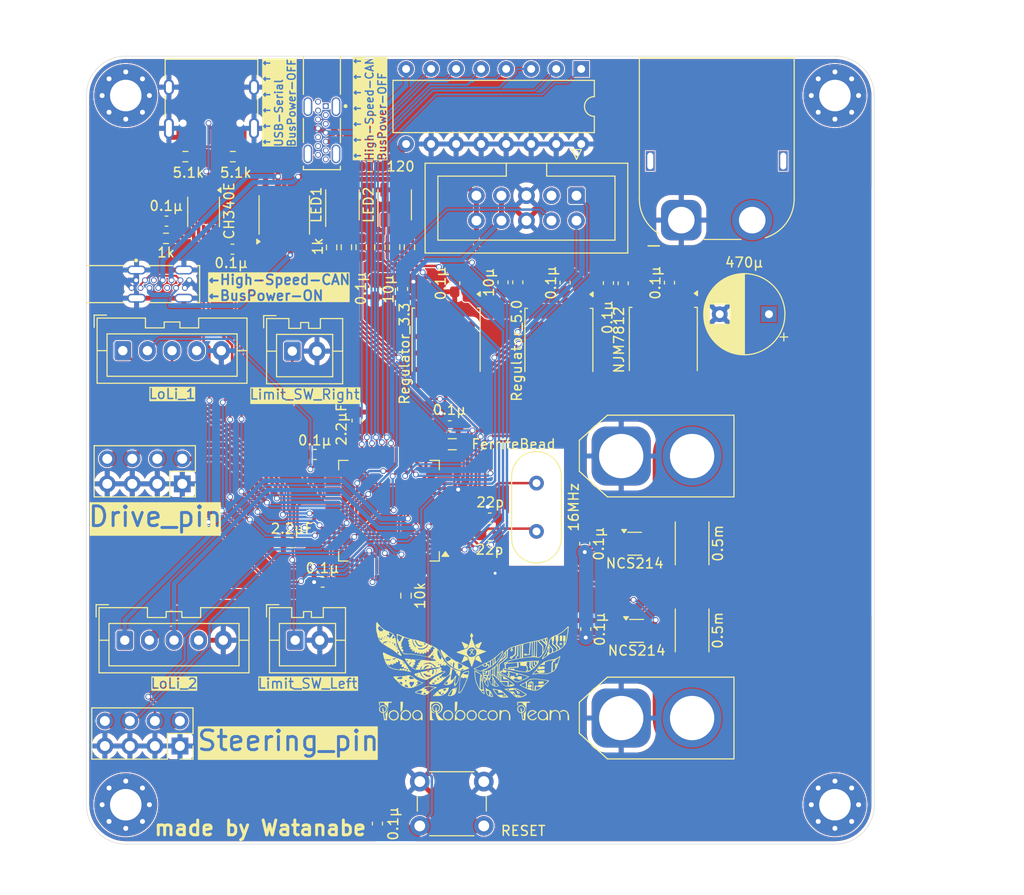
<source format=kicad_pcb>
(kicad_pcb (version 20241229) (generator "pcbnew") (generator_version "9.0")
  (layers (0 "F.Cu" signal) (2 "B.Cu" signal) (13 "F.Paste" user) (15 "B.Paste" user) (5 "F.SilkS" user "F.Silkscreen") (7 "B.SilkS" user "B.Silkscreen") (1 "F.Mask" user) (3 "B.Mask" user) (25 "Edge.Cuts" user))
  (net 0 "")
  (net 1 "GND")
  (net 2 "NRST")
  (net 3 "Net-(U1-PH1)")
  (net 4 "Net-(U1-PH0)")
  (net 5 "Net-(U1-VCAP_2)")
  (net 6 "Net-(U1-VCAP_1)")
  (net 7 "Net-(U1-BOOT0)")
  (net 8 "Net-(U7-V3)")
  (net 9 "Net-(U7-VCC)")
  (net 10 "CAN_L")
  (net 12 "+24V")
  (net 14 "+12V")
  (net 15 "+5V")
  (net 16 "+3.3V")
  (net 17 "Net-(U1-VDDA)")
  (net 18 "Limit_SW_Left")
  (net 19 "Limit_SW_Right")
  (net 20 "CAN_H")
  (net 21 "Net-(J10-CC2)")
  (net 23 "Net-(U7-UD-)")
  (net 25 "Net-(U7-UD+)")
  (net 29 "Net-(J10-CC1)")
  (net 31 "Net-(LED1-GA)")
  (net 38 "Net-(LED1-RA)")
  (net 39 "ENCODER_1_B")
  (net 41 "ENCODER_1_A")
  (net 42 "ENCODER_2_A")
  (net 44 "ENCODER_2_B")
  (net 45 "Net-(LED1-BA)")
  (net 50 "Net-(LED2-RA)")
  (net 51 "Net-(LED2-BA)")
  (net 53 "Net-(LED2-GA)")
  (net 54 "Net-(U7-TNOW)")
  (net 56 "Net-(R7-Pad1)")
  (net 57 "LED1_B")
  (net 60 "LED1_R")
  (net 61 "LED1_G")
  (net 62 "LED2_B")
  (net 63 "Drive_PWM_B")
  (net 64 "SWCLK")
  (net 65 "Drive_ADC")
  (net 66 "Steering_PWM_B")
  (net 67 "CAN_RX")
  (net 68 "Steering_PWM_A")
  (net 69 "CAN_TX")
  (net 70 "Drive_PWM_A")
  (net 71 "Steering_ADC")
  (net 72 "SWDIO")
  (net 73 "LED2_R")
  (net 76 "LED2_G")
  (net 77 "DIP_SW_4")
  (net 78 "DIP_SW_5")
  (net 80 "Net-(J8-Pin_2)")
  (net 81 "Net-(J9-Pin_2)")
  (net 82 "DIP_SW_7")
  (net 83 "DIP_SW_6")
  (net 84 "DIP_SW_1")
  (net 85 "DIP_SW_2")
  (net 86 "DIP_SW_3")
  (net 87 "VCP_TX")
  (net 88 "VCP_RX")
  (footprint "MountingHole:MountingHole_3.2mm_M3_Pad_Via" (layer "F.Cu") (at 140 103)
    (property "Reference" "REF**" (hide yes))
    (property "Value" "MountingHole_3.2mm_M3_Pad_Via")
  )
  (footprint "Capacitor_SMD:C_0603_1608Metric_Pad1.08x0.95mm_HandSolder" (layer "F.Cu") (at 118.5 122.0625 -90)
    (property "Reference" "C11" (hide yes))
    (property "Value" "0.1μ" (hide yes))
  )
  (footprint "Resistor_SMD:R_0603_1608Metric_Pad0.98x0.95mm_HandSolder" (layer "F.Cu") (at 72.0875 117.5)
    (property "Reference" "R4" (hide yes))
    (property "Value" "1k")
  )
  (footprint "MountingHole:MountingHole_3.2mm_M3_Pad_Via" (layer "F.Cu") (at 140 175)
    (property "Reference" "REF**" (hide yes))
    (property "Value" "MountingHole_3.2mm_M3_Pad_Via")
  )
  (footprint "Capacitor_SMD:C_0603_1608Metric_Pad1.08x0.95mm_HandSolder" (layer "F.Cu") (at 100.8875 136.53)
    (property "Reference" "C21" (hide yes))
    (property "Value" "0.1μ")
  )
  (footprint "Inductor_SMD:L_0805_2012Metric_Pad1.05x1.20mm_HandSolder" (layer "F.Cu") (at 101.15 138.4 180)
    (property "Reference" "FB1" (hide yes))
    (property "Value" "FerriteBead")
  )
  (footprint "Package_TO_SOT_SMD:TO-252-2" (layer "F.Cu") (at 111.975 127.915 -90)
    (property "Reference" "U4" (hide yes))
    (property "Value" "Regulator_5.0")
  )
  (footprint "LED_SMD:LED_ROHM_SMLVN6" (layer "F.Cu") (at 95.3 114.1 90)
    (property "Reference" "LED2")
    (property "Value" "SMLVN6RGB" (hide yes))
  )
  (footprint "Resistor_SMD:R_0603_1608Metric_Pad0.98x0.95mm_HandSolder" (layer "F.Cu") (at 96.8 118.4 -90)
    (property "Reference" "R13" (hide yes))
    (property "Value" "1k" (hide yes))
  )
  (footprint "Resistor_SMD:R_0603_1608Metric_Pad0.98x0.95mm_HandSolder" (layer "F.Cu") (at 88.9 118.4125 -90)
    (property "Reference" "R8" (hide yes))
    (property "Value" "1k")
  )
  (footprint "Resistor_SMD:R_0603_1608Metric_Pad0.98x0.95mm_HandSolder" (layer "F.Cu") (at 96.45 153.7725 90)
    (property "Reference" "R1" (hide yes))
    (property "Value" "10k")
  )
  (footprint "Connector_AMASS:AMASS_XT60-F_1x02_P7.20mm_Vertical" (layer "F.Cu") (at 118.3 166.2)
    (property "Reference" "J8" (hide yes))
    (property "Value" "Conn_01x02_Pin")
  )
  (footprint "Crystal:Crystal_HC18-U_Vertical" (layer "F.Cu") (at 109.7 142.35 -90)
    (property "Reference" "Y1" (hide yes))
    (property "Value" "16MHz")
  )
  (footprint "Capacitor_THT:CP_Radial_D8.0mm_P5.00mm" (layer "F.Cu") (at 133.302651 125.2 180)
    (property "Reference" "C6" (hide yes))
    (property "Value" "470μ")
  )
  (footprint "Capacitor_SMD:C_0603_1608Metric_Pad1.08x0.95mm_HandSolder" (layer "F.Cu") (at 104.9375 147.67)
    (property "Reference" "C3" (hide yes))
    (property "Value" "22p")
  )
  (footprint "Connector_USB:USB_C_Receptacle_HRO_TYPE-C-31-M-12" (layer "F.Cu") (at 76.7 103.2 180)
    (property "Reference" "J10" (hide yes))
    (property "Value" "USB_C_Receptacle_USB2.0_16P" (hide yes))
  )
  (footprint "Connector_PinSocket_2.54mm:PinSocket_2x04_P2.54mm_Vertical" (layer "F.Cu") (at 73.74 142.42 -90)
    (property "Reference" "J12" (hide yes))
    (property "Value" "Drive_pin")
  )
  (footprint "Resistor_SMD:R_0603_1608Metric_Pad0.98x0.95mm_HandSolder" (layer "F.Cu") (at 93.8 118.4 -90)
    (property "Reference" "R11" (hide yes))
    (property "Value" "1k" (hide yes))
  )
  (footprint "Connector_AMASS:AMASS_XT60-F_1x02_P7.20mm_Vertical" (layer "F.Cu") (at 118.3 139.6)
    (property "Reference" "J9" (hide yes))
    (property "Value" "Conn_01x02_Pin")
  )
  (footprint "my_parts:SAMESKY_UJ20-C-R-G-TH-3-P14" (layer "F.Cu") (at 87.915 103.275 180)
    (property "Reference" "J1" (hide yes))
    (property "Value" "UJ20-C-R-G-TH-3-P14")
  )
  (footprint "Connector_JST:JST_XA_B02B-XASK-1_1x02_P2.50mm_Vertical" (layer "F.Cu") (at 85.2 158.3)
    (property "Reference" "J2" (hide yes))
    (property "Value" "Limit_SW_Left")
  )
  (footprint "Capacitor_SMD:C_0603_1608Metric_Pad1.08x0.95mm_HandSolder" (layer "F.Cu") (at 96.1 122.6375 -90)
    (property "Reference" "C15" (hide yes))
    (property "Value" "10μ")
  )
  (footprint "Resistor_SMD:R_2512_6332Metric" (layer "F.Cu") (at 125.5 157.3 -90)
    (property "Reference" "R2" (hide yes))
    (property "Value" "0.5m")
  )
  (footprint "Capacitor_SMD:C_0603_1608Metric_Pad1.08x0.95mm_HandSolder" (layer "F.Cu") (at 117 122.0375 -90)
    (property "Reference" "C8" (hide yes))
    (property "Value" "0.1μ")
  )
  (footprint "Package_TO_SOT_SMD:TO-252-2" (layer "F.Cu") (at 100.525 127.885 -90)
    (property "Reference" "U5" (hide yes))
    (property "Value" "Regulator_3.3")
  )
  (footprint "Capacitor_SMD:C_0603_1608Metric_Pad1.08x0.95mm_HandSolder" (layer "F.Cu") (at 123.2 122 -90)
    (property "Reference" "C7" (hide yes))
    (property "Value" "0.1μ")
  )
  (footprint "MountingHole:MountingHole_3.2mm_M3_Pad_Via" (layer "F.Cu") (at 68 103)
    (property "Reference" "REF**" (hide yes))
    (property "Value" "MountingHole_3.2mm_M3_Pad_Via")
  )
  (footprint "Button_Switch_THT:SW_PUSH_6mm" (layer "F.Cu") (at 97.85 172.65)
    (property "Reference" "SW1" (hide yes))
    (property "Value" "RESET")
  )
  (footprint "MountingHole:MountingHole_3.2mm_M3_Pad_Via" (layer "F.Cu") (at 68 175)
    (property "Reference" "REF**" (hide yes))
    (property "Value" "MountingHole_3.2mm_M3_Pad_Via")
  )
  (footprint "Resistor_SMD:R_0603_1608Metric_Pad0.98x0.95mm_HandSolder" (layer "F.Cu") (at 90.4 118.4 -90)
    (property "Reference" "R9" (hide yes))
    (property "Value" "1k" (hide yes))
  )
  (footprint "Capacitor_SMD:C_0603_1608Metric_Pad1.08x0.95mm_HandSolder" (layer "F.Cu") (at 101.4 122.0625 -90)
    (property "Reference" "C13" (hide yes))
    (property "Value" "0.1μ")
  )
  (footprint "Connector_IDC:IDC-Header_2x05_P2.54mm_Vertical" (layer "F.Cu") (at 113.76 113.16 -90)
    (property "Reference" "J4" (hide yes))
    (property "Value" "Conn_02x05_Odd_Even" (hide yes))
  )
  (footprint "Package_SO:MSOP-10_3x3mm_P0.5mm" (layer "F.Cu") (at 75.9 114.8125 -90)
    (property "Reference" "U7" (hide yes))
    (property "Value" "CH340E")
  )
  (footprint "LED_SMD:LED_ROHM_SMLVN6" (layer "F.Cu") (at 90 114.1 90)
    (property "Reference" "LED1")
    (property "Value" "SMLVN6RGB" (hide yes))
  )
  (footprint "Connector_JST:JST_XA_B05B-XASK-1_1x05_P2.50mm_Vertical" (layer "F.Cu") (at 67.7 128.9)
    (property "Reference" "J5" (hide yes))
    (property "Value" "LoLi_1")
  )
  (footprint "Capacitor_SMD:C_0603_1608Metric_Pad1.08x0.95mm_HandSolder" (layer "F.Cu") (at 72.1375 115.75 180)
    (property "Reference" "C19" (hide yes))
    (property "Value" "0.1μ")
  )
  (footprint "Resistor_SMD:R_0603_1608Metric_Pad0.98x0.95mm_HandSolder" (layer "F.Cu") (at 78.8675 109.2)
    (property "Reference" "R5" (hide yes))
    (property "Value" "5.1k")
  )
  (footprint "Package_QFP:LQFP-64_10x10mm_P0.5mm" (layer "F.Cu") (at 94.725 145.15 180)
    (property "Reference" "U1" (hide yes))
    (property "Value" "STM32F405RGTx" (hide yes))
  )
  (footprint "Resistor_SMD:R_0603_1608Metric_Pad0.98x0.95mm_HandSolder" (layer "F.Cu") (at 92.7875 110.2 180)
    (property "Reference" "R7" (hide yes))
    (property "Value" "120")
  )
  (footprint "Capacitor_SMD:C_0603_1608Metric_Pad1.08x0.95mm_HandSolder" (layer "F.Cu") (at 104.9625 145.9)
    (property "Reference" "C2" (hide yes))
    (property "Value" "22p")
  )
  (footprint "Capacitor_SMD:C_0603_1608Metric_Pad1.08x0.95mm_HandSolder" (layer "F.Cu") (at 106.3 121.9625 -90)
    (property "Reference" "C10" (hide yes))
    (property "Value" "10μ")
  )
  (footprint "Package_TO_SOT_SMD:SOT-363_SC-70-6_Handsoldering" (layer "F.Cu") (at 119.67 148.5)
    (property "Reference" "U3" (hide yes))
    (property "Value" "NCS214")
  )
  (footprint "Package_DIP:DIP-16_W7.62mm" (layer "F.Cu") (at 114.24 100.3 -90)
    (property "Reference" "SW2" (hide yes))
    (property "Value" "SW_DIP_x08" (hide yes))
  )
  (footprint "Capacitor_SMD:C_0603_1608Metric_Pad1.08x0.95mm_HandSolder" (layer "F.Cu") (at 93.3 122.575 -90)
    (property "Reference" "C14" (hide yes))
    (property "Value" "0.1μ")
  )
  (footprint "Package_SO:SOIC-8_3.9x4.9mm_P1.27mm" (layer "F.Cu") (at 84.095 115.125 90)
    (property "Reference" "U8" (hide yes))
    (property "Value" "MCP2561-E-SN" (hide yes))
  )
  (footprint "Connector_JST:JST_XA_B05B-XASK-1_1x05_P2.50mm_Vertical" (layer "F.Cu") (at 67.9 158.3)
    (property "Reference" "J6" (hide yes))
    (property "Value" "LoLi_2")
  )
  (footprint "Capacitor_SMD:C_0603_1608Metric_Pad1.08x0.95mm_HandSolder" (layer "F.Cu") (at 112.6 122 -90)
    (property "Reference" "C12" (hide yes))
    (property "Value" "0.1μ")
  )
  (footprint "Resistor_SMD:R_2512_6332Metric" (layer "F.Cu") (at 125.5 148.4625 90)
    (property "Reference" "R3" (hide yes))
    (property "Value" "0.5m")
  )
  (footprint "Package_TO_SOT_SMD:TO-252-2" (layer "F.Cu") (at 122.575 127.815 -90)
    (property "Reference" "U6" (hide yes))
    (property "Value" "NJM7812")
  )
  (footprint "Resistor_SMD:R_0603_1608Metric_Pad0.98x0.95mm_HandSolder" (layer "F.Cu") (at 91.9 118.4 -90)
    (property "Reference" "R10" (hide yes))
    (property "Value" "1k" (hide yes))
  )
  (footprint "LOGO" (layer "F.Cu") (at 103.25 161.5)
    (property "Reference" "G***" (hide yes))
    (property "Value" "LOGO" (hide yes))
  )
  (footprint "my_parts:SAMESKY_UJ20-C-R-G-TH-3-P14" (layer "F.Cu") (at 68.25 122.14325 -90)
    (property "Reference" "J13" (hide yes))
    (property "Value" "UJ20-C-R-G-TH-3-P14")
  )
  (footprint "Capacitor_SMD:C_0603_1608Metric_Pad1.08x0.95mm_HandSolder" (layer "F.Cu") (at 87.2075 139.44 180)
    (property "Reference" "C20" (hide yes))
    (property "Value" "0.1μ")
  )
  (footprint "Resistor_SMD:R_0603_1608Metric_Pad0.98x0.95mm_HandSolder" (layer "F.Cu") (at 95.3 118.4 -90)
    (property "Reference" "R12" (hide yes))
    (property "Value" "1k" (hide yes))
  )
  (footprint "Connector_AMASS:AMASS_XT60PW-M_1x02_P7.20mm_Horizontal" (layer "F.Cu") (at 124.4 115.65)
    (property "Reference" "J7" (hide yes))
    (property "Value" "Conn_01x02_Pin" (hide yes))
  )
  (footprint "Capacitor_SMD:C_0603_1608Metric_Pad1.08x0.95mm_HandSolder" (layer "F.Cu") (at 87.9875 152.4 180)
    (property "Reference" "C22" (hide yes))
    (property "Value" "0.1μ")
  )
  (footprint "Connector_PinSocket_2.54mm:PinSocket_2x04_P2.54mm_Vertical" (layer "F.Cu") (at 73.5 169.04 -90)
    (property "Reference" "J11" (hide yes))
    (property "Value" "Steering_pin")
  )
  (footprint "Capacitor_SMD:C_0603_1608Metric_Pad1.08x0.95mm_HandSolder" (layer "F.Cu") (at 93.55 176.9125 90)
    (property "Reference" "C1" (hide yes))
    (property "Value" "0.1μ")
  )
  (footprint "Capacitor_SMD:C_0603_1608Metric_Pad1.08x0.95mm_HandSolder" (layer "F.Cu") (at 91.485 136 90)
    (property "Reference" "C5" (hide yes))
    (property "Value" "2.2μF")
  )
  (footprint "Capacitor_SMD:C_0603_1608Metric_Pad1.08x0.95mm_HandSolder" (layer "F.Cu") (at 114.6 148.5 90)
    (property "Reference" "C16" (hide yes))
    (property "Value" "0.1μ")
  )
  (footprint "Capacitor_SMD:C_0603_1608Metric_Pad1.08x0.95mm_HandSolder" (layer "F.Cu") (at 84.865 148.4 180)
    (property "Reference" "C4" (hide yes))
    (property "Value" "2.2μF")
  )
  (footprint "Resistor_SMD:R_0603_1608Metric_Pad0.98x0.95mm_HandSolder" (layer "F.Cu") (at 74.055 109.2)
    (property "Reference" "R6" (hide yes))
    (property "Value" "5.1k")
  )
  (footprint "Capacitor_SMD:C_0603_1608Metric_Pad1.08x0.95mm_HandSolder" (layer "F.Cu") (at 78.8375 118.6)
    (property "Reference" "C18" (hide yes))
    (property "Value" "0.1μ")
  )
  (footprint "Package_TO_SOT_SMD:SOT-363_SC-70-6_Handsoldering" (layer "F.Cu") (at 119.87 157.35)
    (property "Reference" "U2" (hide yes))
    (property "Value" "NCS214")
  )
  (footprint "Capacitor_SMD:C_0603_1608Metric_Pad1.08x0.95mm_HandSolder" (layer "F.Cu") (at 114.7 157.1625 90)
    (property "Reference" "C17" (hide yes))
    (property "Value" "0.1μ")
  )
  (footprint "Connector_JST:JST_XA_B02B-XASK-1_1x02_P2.50mm_Vertical" (layer "F.Cu") (at 84.91 128.95)
    (property "Reference" "J3" (hide yes))
    (property "Value" "Limit_SW_Right")
  )
  (footprint "Capacitor_SMD:C_0603_1608Metric_Pad1.08x0.95mm_HandSolder" (layer "F.Cu") (at 107.8 121.9625 -90)
    (property "Reference" "C9" (hide yes))
    (property "Value" "0.1μ" (hide yes))
  )
  (gr_line (start 140 99) (end 68 99) (stroke (width 0.05)) (layer "Edge.Cuts"))
  (gr_arc (start 68 179) (mid 65.171573 177.828427) (end 64 175) (stroke (width 0.05)) (layer "Edge.Cuts"))
  (gr_arc (start 144 175) (mid 142.828427 177.828427) (end 140 179) (stroke (width 0.05)) (layer "Edge.Cuts"))
  (gr_line (start 64 103) (end 64 175) (stroke (width 0.05)) (layer "Edge.Cuts"))
  (gr_arc (start 140 99) (mid 142.828427 100.171573) (end 144 103) (stroke (width 0.05)) (layer "Edge.Cuts"))
  (gr_arc (start 64 103) (mid 65.171573 100.171573) (end 68 99) (stroke (width 0.05)) (layer "Edge.Cuts"))
  (gr_line (start 68 179) (end 140 179) (stroke (width 0.05)) (layer "Edge.Cuts"))
  (gr_line (start 144 175) (end 144 103) (stroke (width 0.05)) (layer "Edge.Cuts"))
  (gr_text "made by Watanabe" (at 70.75 178.25 0) (layer "F.SilkS") (effects (font (size 1.5 1.5) (thickness 0.3) (bold yes)) (justify left bottom)))
  (gr_text "←High-Speed-CAN\n←BusPower-ON" (at 76.2 123.9 0) (layer "F.SilkS" knockout) (effects (font (size 1 1) (thickness 0.2)) (justify left bottom)))
  (gr_text "↑ ↑ ↑ ↑ ↑ ↑ ↑\nHigh-Speed-CAN\nBusPower-OFF" (at 94.5 109.7 90) (layer "F.SilkS" knockout) (effects (font (size 0.8 0.8) (thickness 0.15) (bold yes)) (justify left bottom)))
  (gr_text "↑ ↑ ↑ ↑ ↑ ↑\nUSB-Serial\nBusPower-OFF" (at 85.3 108.3 90) (layer "F.SilkS" knockout) (effects (font (size 0.8 0.8) (thickness 0.15) (bold yes)) (justify left bottom)))
  (segment (start 101.35 143.4) (end 100.4 143.4) (width 0.25) (layer "F.Cu") (net 1))
  (segment (start 101.75 143) (end 101.35 143.4) (width 0.25) (layer "F.Cu") (net 1))
  (segment (start 97.975 139.475) (end 98.475 139.475) (width 0.25) (layer "F.Cu") (net 1))
  (via (at 105.75 149.25) (size 0.6) (drill 0.3) (layers "F.Cu" "B.Cu") (net 1))
  (via (at 87.125 152.4) (size 0.6) (drill 0.4) (layers "F.Cu" "B.Cu") (net 1))
  (via (at 101.75 143) (size 0.6) (drill 0.4) (layers "F.Cu" "B.Cu") (net 1))
  (via (at 105.5 151.5) (size 0.6) (drill 0.3) (layers "F.Cu" "B.Cu") (net 1))
  (via (at 104.75 144.75) (size 0.6) (drill 0.4) (layers "F.Cu" "B.Cu") (net 1))
  (segment (start 97.85 177.15) (end 104.35 177.15) (width 1.5) (layer "F.Cu") (net 2))
  (segment (start 99.6 145.9) (end 98.75 146.75) (width 0.25) (layer "F.Cu") (net 2))
  (segment (start 101.174999 145.9) (end 104.5 142.574999) (width 0.25) (layer "F.Cu") (net 2))
  (segment (start 97.85 177.15) (end 97.225 177.775) (width 1.5) (layer "F.Cu") (net 2))
  (segment (start 104.5 142.574999) (end 104.5 131.6) (width 0.25) (layer "F.Cu") (net 2))
  (segment (start 100.4 145.9) (end 99.6 145.9) (width 0.25) (layer "F.Cu") (net 2))
  (segment (start 100.4 145.9) (end 101.174999 145.9) (width 0.25) (layer "F.Cu") (net 2))
  (segment (start 104.5 131.6) (end 107.9 128.2) (width 0.25) (layer "F.Cu") (net 2))
  (segment (start 97.225 177.775) (end 93.55 177.775) (width 1.5) (layer "F.Cu") (net 2))
  (via (at 98.75 146.75) (size 0.6) (drill 0.4) (layers "F.Cu" "B.Cu") (net 2))
  (via (at 107.9 128.2) (size 0.6) (drill 0.4) (layers "F.Cu" "B.Cu") (net 2))
  (segment (start 98.75 146.75) (end 98.7 146.8) (width 0.25) (layer "B.Cu") (net 2))
  (segment (start 99.075 172.142588) (end 99.075 175.925) (width 0.25) (layer "B.Cu") (net 2))
  (segment (start 99.075 175.925) (end 97.85 177.15) (width 0.25) (layer "B.Cu") (net 2))
  (segment (start 114.835 121.265) (end 114.835 114.235) (width 0.25) (layer "B.Cu") (net 2))
  (segment (start 98.7 146.8) (end 98.7 171.767588) (width 0.25) (layer "B.Cu") (net 2))
  (segment (start 98.7 171.767588) (end 99.075 172.142588) (width 0.25) (layer "B.Cu") (net 2))
  (segment (start 114.835 114.235) (end 113.76 113.16) (width 0.25) (layer "B.Cu") (net 2))
  (segment (start 107.9 128.2) (end 114.835 121.265) (width 0.25) (layer "B.Cu") (net 2))
  (segment (start 104.1 145.9) (end 104.1 144.1) (width 0.25) (layer "F.Cu") (net 3))
  (segment (start 101.86 146.4) (end 102.36 145.9) (width 0.25) (layer "F.Cu") (net 3))
  (segment (start 100.4 146.4) (end 101.86 146.4) (width 0.25) (layer "F.Cu") (net 3))
  (segment (start 105.85 142.35) (end 109.625 142.35) (width 0.25) (layer "F.Cu") (net 3))
  (segment (start 104.1 144.1) (end 105.85 142.35) (width 0.25) (layer "F.Cu") (net 3))
  (segment (start 102.36 145.9) (end 104.1 145.9) (width 0.25) (layer "F.Cu") (net 3))
  (segment (start 102.39 147.67) (end 101.62 146.9) (width 0.25) (layer "F.Cu") (net 4))
  (segment (start 104.775 146.97) (end 104.075 147.67) (width 0.25) (layer "F.Cu") (net 4))
  (segment (start 101.62 146.9) (end 100.4 146.9) (width 0.25) (layer "F.Cu") (net 4))
  (segment (start 109.625 147.25) (end 109.345 146.97) (width 0.25) (layer "F.Cu") (net 4))
  (segment (start 104.075 147.67) (end 102.39 147.67) (width 0.25) (layer "F.Cu") (net 4))
  (segment (start 109.345 146.97) (end 104.775 146.97) (width 0.25) (layer "F.Cu") (net 4))
  (segment (start 85.7275 148.4) (end 89.05 148.4) (width 0.25) (layer "F.Cu") (net 5))
  (segment (start 91.485 136.8625) (end 91.485 139.465) (width 0.25) (layer "F.Cu") (net 6))
  (segment (start 91.485 139.465) (end 91.475 139.475) (width 0.25) (layer "F.Cu") (net 6))
  (segment (start 96.475 150.825) (end 96.475 152.78) (width 0.25) (layer "F.Cu") (net 7))
  (segment (start 96.475 152.78) (end 96.555 152.86) (width 0.25) (layer "F.Cu") (net 7))
  (segment (start 76.9 117.525) (end 77.975 118.6) (width 0.25) (layer "F.Cu") (net 8))
  (segment (start 76.9 116.925) (end 76.9 117.525) (width 0.25) (layer "F.Cu") (net 8))
  (segment (start 75.47 105.05) (end 74.25 106.27) (width 0.25) (layer "F.Cu") (net 9))
  (segment (start 75.174999 115.8875) (end 75.4 116.112501) (width 0.25) (layer "F.Cu") (net 9))
  (segment (start 74.25 106.27) (end 74.25 107.245) (width 0.25) (layer "F.Cu") (net 9))
  (segment (start 74.3625 115.8875) (end 75.174999 115.8875) (width 0.25) (layer "F.Cu") (net 9))
  (segment (start 79.15 107.245) (end 79.15 106.27) (width 0.25) (layer "F.Cu") (net 9))
  (segment (start 77.93 105.05) (end 75.47 105.05) (width 0.25) (layer "F.Cu") (net 9))
  (segment (start 74.25 115.75) (end 74.25 116) (width 0.25) (layer "F.Cu") (net 9))
  (segment (start 75.4 116.112501) (end 75.4 116.925) (width 0.25) (layer "F.Cu") (net 9))
  (segment (start 74.25 107.245) (end 74.25 115.75) (width 0.25) (layer "F.Cu") (net 9))
  (segment (start 73 115.75) (end 74.25 115.75) (width 0.25) (layer "F.Cu") (net 9))
  (segment (start 79.15 106.27) (end 77.93 105.05) (width 0.25) (layer "F.Cu") (net 9))
  (segment (start 85.5 111.25) (end 85.713738 111.25) (width 0.5) (layer "F.Cu") (net 10))
  (segment (start 90.4 110) (end 90.4 107.925) (width 0.5) (layer "F.Cu") (net 10))
  (segment (start 88.729264 107.675) (end 88.305 107.675) (width 0.5) (layer "F.Cu") (net 10))
  (segment (start 90.6 110.2) (end 90.4 110) (width 0.5) (layer "F.Cu") (net 10))
  (segment (start 86.563738 110.4) (end 90.4 110.4) (width 0.5) (layer "F.Cu") (net 10))
  (segment (start 90.6 110.2) (end 91.875 110.2) (width 1) (layer "F.Cu") (net 10))
  (segment (start 88.955 105.955) (end 88.425 105.425) (width 0.1) (layer "F.Cu") (net 10))
  (segment (start 88.955 106.25) (end 89.75 107.045) (width 0.5) (layer "F.Cu") (net 10))
  (segment (start 88.425 105.425) (end 87.525 105.425) (width 0.1) (layer "F.Cu") (net 10))
  (segment (start 85.713738 111.25) (end 86.563738 110.4) (width 0.5) (layer "F.Cu") (net 10))
  (segment (start 88.955 107.449264) (end 88.729264 107.675) (width 0.5) (layer "F.Cu") (net 10))
  (segment (start 84.73 112.65) (end 84.73 112.233738) (width 0.5) (layer "F.Cu") (net 10))
  (segment (start 90.4 110.4) (end 90.6 110.2) (width 0.5) (layer "F.Cu") (net 10))
  (segment (start 88.955 106.25) (end 88.955 105.955) (width 0.1) (layer "F.Cu") (net 10))
  (segment (start 89.924264 107.449264) (end 88.955 107.449264) (width 0.5) (layer "F.Cu") (net 10))
  (segment (start 90.4 107.925) (end 89.924264 107.449264) (width 0.5) (layer "F.Cu") (net 10))
  (segment (start 89.75 107.045) (end 89.75 107.449264) (width 0.5) (layer "F.Cu") (net 10))
  (segment (start 85.5 111.463738) (end 85.5 111.25) (width 0.5) (layer "F.Cu") (net 10))
  (segment (start 84.73 112.233738) (end 85.5 111.463738) (width 0.5) (layer "F.Cu") (net 10))
  (via (at 85.5 111.25) (size 0.6) (drill 0.4) (layers "F.Cu" "B.Cu") (net 10))
  (segment (start 85.5 111.25) (end 84.94 111.81) (width 0.5) (layer "B.Cu") (net 10))
  (segment (start 72.25 123.25) (end 72.65 122.85) (width 0.1) (layer "B.Cu") (net 10))
  (segment (start 72.6 121.70325) (end 72.65 121.75325) (width 0.5) (layer "B.Cu") (net 10))
  (segment (start 72.6 120.15) (end 72.6 121.70325) (width 0.5) (layer "B.Cu") (net 10))
  (segment (start 84.94 111.81) (end 80.94 111.81) (width 0.5) (layer "B.Cu") (net 10))
  (segment (start 70.692486 123.25) (end 72.25 123.25) (width 0.5) (layer "B.Cu") (net 10))
  (segment (start 70.4 122.957514) (end 70.692486 123.25) (width 0.5) (layer "B.Cu") (net 10))
  (segment (start 70.4 122.53325) (end 70.4 122.957514) (width 0.5) (layer "B.Cu") (net 10))
  (segment (start 80.94 111.81) (end 72.6 120.15) (width 0.5) (layer "B.Cu") (net 10))
  (segment (start 72.65 122.85) (end 72.65 121.75325) (width 0.1) (layer "B.Cu") (net 10))
  (segment (start 119.9 157.449999) (end 119.9 155.9) (width 0.25) (layer "F.Cu") (net 12))
  (segment (start 123.2175 121.1375) (end 124.855 122.775) (width 1) (layer "F.Cu") (net 12))
  (segment (start 119.9 155.9) (end 121.4625 154.3375) (width 0.25) (layer "F.Cu") (net 12))
  (segment (start 124.855 122.775) (end 130.877651 122.775) (width 1.5) (layer "F.Cu") (net 12))
  (segment (start 130.877651 122.775) (end 133.302651 125.2) (width 1.5) (layer "F.Cu") (net 12))
  (segment (start 121 149.15) (end 121 150.25) (width 0.25) (layer "F.Cu") (net 12))
  (segment (start 121 150.25) (end 122.175 151.425) (width 0.25) (layer "F.Cu") (net 12))
  (segment (start 121.4625 154.3375) (end 125.5 154.3375) (width 0.25) (layer "F.Cu") (net 12))
  (segment (start 120.450001 158) (end 119.9 157.449999) (width 0.25) (layer "F.Cu") (net 12))
  (segment (start 122.175 151.425) (end 125.5 151.425) (width 0.25) (layer "F.Cu") (net 12))
  (segment (start 123.2 121.1375) (end 123.2175 121.1375) (width 1) (layer "F.Cu") (net 12))
  (segment (start 121.2 158) (end 120.450001 158) (width 0.25) (layer "F.Cu") (net 12))
  (segment (start 118.5 121.2) (end 117.025 121.2) (width 1.5) (layer "F.Cu") (net 14))
  (segment (start 114.365 122.765) (end 114.365 122.4275) (width 1.5) (layer "F.Cu") (net 14))
  (segment (start 120.295 122.775) (end 120.295 121.675) (width 1.5) (layer "F.Cu") (net 14))
  (segment (start 104.86 124.9) (end 102.805 122.845) (width 1.5) (layer "F.Cu") (net 14))
  (segment (start 114.255 123.975) (end 113.33 124.9) (width 1.5) (layer "F.Cu") (net 14))
  (segment (start 119.82 121.2) (end 118.5 121.2) (width 1.5) (layer "F.Cu") (net 14))
  (segment (start 114.365 122.4275) (end 113.075 121.1375) (width 1.5) (layer "F.Cu") (net 14))
  (segment (start 117.025 121.2) (end 117 121.175) (width 1.5) (layer "F.Cu") (net 14))
  (segment (start 114.255 122.875) (end 114.255 123.975) (width 1.5) (layer "F.Cu") (net 14))
  (segment (start 114.255 122.875) (end 114.365 122.765) (width 1.5) (layer "F.Cu") (net 14))
  (segment (start 102.805 122.845) (end 102.805 122.205) (width 1.5) (layer "F.Cu") (net 14))
  (segment (start 101.8 121.2) (end 101.4 121.2) (width 1.5) (layer "F.Cu") (net 14))
  (segment (start 117 121.175) (end 115.955 121.175) (width 1.5) (layer "F.Cu") (net 14))
  (segment (start 115.955 121.175) (end 114.255 122.875) (width 1.5) (layer "F.Cu") (net 14))
  (segment (start 113.075 121.1375) (end 112.6 121.1375) (width 1.5) (layer "F.Cu") (net 14))
  (segment (start 113.33 124.9) (end 104.86 124.9) (width 1.5) (layer "F.Cu") (net 14))
  (segment (start 120.295 121.675) (end 119.82 121.2) (width 1.5) (layer "F.Cu") (net 14))
  (segment (start 102.805 122.205) (end 101.8 121.2) (width 1.5) (layer "F.Cu") (net 14))
  (segment (start 109.36 121.44) (end 109.02 121.1) (width 1.5) (layer "F.Cu") (net 15))
  (segment (start 84.73 117.6) (end 84.73 115.606262) (width 0.5) (layer "F.Cu") (net 15))
  (segment (start 101.94 111.5) (end 103.6 113.16) (width 0.5) (layer "F.Cu") (net 15))
  (segment (start 86.65 113.25) (end 88.4 111.5) (width 0.5) (layer "F.Cu") (net 15))
  (segment (start 73.55 122.08325) (end 73.1 122.53325) (width 0.2) (layer "F.Cu") (net 15))
  (segment (start 107.8 121.1) (end 106.3 121.1) (width 1.5) (layer "F.Cu") (net 15))
  (segment (start 73.1 121.30325) (end 73.55 121.75325) (width 0.2) (layer "F.Cu") (net 15))
  (segment (start 103.6 118.4) (end 106.3 121.1) (width 0.5) (layer "F.Cu") (net 15))
  (segment (start 86.65 113.686262) (end 86.65 113.25) (width 0.5) (layer "F.Cu") (net 15))
  (segment (start 84.73 119.17) (end 84.7 119.2) (width 0.5) (layer "F.Cu") (net 15))
  (segment (start 69.5 122.20325) (end 69.95 121.75325) (width 0.2) (layer "F.Cu") (net 15))
  (segment (start 69.5 122.53325) (end 69.5 122.20325) (width 0.2) (layer "F.Cu") (net 15))
  (segment (start 109.02 121.1) (end 107.8 121.1) (width 1.5) (layer "F.Cu") (net 15))
  (segment (start 84.73 117.6) (end 84.73 119.17) (width 0.5) (layer "F.Cu") (net 15))
  (segment (start 84.73 115.606262) (end 86.65 113.686262) (width 0.5) (layer "F.Cu") (net 15))
  (segment (start 69.95 121.75325) (end 70.4 121.30325) (width 0.2) (layer "F.Cu") (net 15))
  (segment (start 109.695 122.875) (end 109.695 121.775) (width 1.5) (layer "F.Cu") (net 15))
  (segment (start 103.6 113.16) (end 103.6 115.7) (width 0.5) (layer "F.Cu") (net 15))
  (segment (start 73.55 121.75325) (end 73.55 122.08325) (width 0.2) (layer "F.Cu") (net 15))
  (segment (start 88.4 111.5) (end 101.94 111.5) (width 0.5) (layer "F.Cu") (net 15))
  (segment (start 109.695 121.775) (end 109.36 121.44) (width 1.5) (layer "F.Cu") (net 15))
  (segment (start 103.6 115.7) (end 103.6 118.4) (width 0.5) (layer "F.Cu") (net 15))
  (segment (start 70.4 121.30325) (end 73.1 121.30325) (width 0.2) (layer "F.Cu") (net 15))
  (via (at 84.7 119.2) (size 0.6) (drill 0.3) (layers "F.Cu" "B.Cu") (net 15))
  (segment (start 72.675 123.225) (end 73.1 122.8) (width 0.25) (layer "B.Cu") (net 15))
  (segment (start 72.52325 124.32325) (end 72.5 124.3) (width 0.5) (layer "B.Cu") (net 15))
  (segment (start 84.7 119.2) (end 79.57675 124.32325) (width 0.5) (layer "B.Cu") (net 15))
  (segment (start 79.57675 124.32325) (end 72.52325 124.32325) (width 0.5) (layer "B.Cu") (net 15))
  (segment (start 72.5 123.601041) (end 72.675 123.426041) (width 0.25) (layer "B.Cu") (net 15))
  (segment (start 72.675 123.426041) (end 72.675 123.225) (width 0.25) (layer "B.Cu") (net 15))
  (segment (start 72.5 124.3) (end 72.5 123.601041) (width 0.25) (layer "B.Cu") (net 15))
  (segment (start 73.1 122.8) (end 73.1 122.53325) (width 0.25) (layer "B.Cu") (net 15))
  (segment (start 100.025 138.375) (end 100 138.4) (width 1) (layer "F.Cu") (net 16))
  (segment (start 75.1 153.6) (end 87.653486 153.6) (width 1) (layer "F.Cu") (net 16))
  (segment (start 90.975 140.176344) (end 91.273656 140.475) (width 0.25) (layer "F.Cu") (net 16))
  (segment (start 91.525 140.475) (end 93.537653 142.487653) (width 0.25) (layer "F.Cu") (net 16))
  (segment (start 98.475 149.675) (end 99.375 148.775) (width 0.25) (layer "F.Cu") (net 16))
  (segment (start 88.85 152.4) (end 88.85 149.1) (width 0.25) (layer "F.Cu") (net 16))
  (segment (start 91.125305 148.9) (end 89.05 148.9) (width 0.25) (layer "F.Cu") (net 16))
  (segment (start 90.975 139.475) (end 90.975 140.176344) (width 0.25) (layer "F.Cu") (net 16))
  (segment (start 99.375 148.775) (end 98.1 147.5) (width 0.25) (layer "F.Cu") (net 16))
  (segment (start 95.75 145.824695) (end 96 145.574695) (width 0.25) (layer "F.Cu") (net 16))
  (segment (start 97.475 140.176344) (end 97.475 139.475) (width 0.25) (layer "F.Cu") (net 16))
  (segment (start 100 136.505) (end 100.025 136.53) (width 1.5) (layer "F.Cu") (net 16))
  (segment (start 118.34 149.15) (end 114.8125 149.15) (width 0.25) (layer "F.Cu") (net 16))
  (segment (start 91.925 147.569974) (end 91.925 148.100305) (width 0.25) (layer "F.Cu") (net 16))
  (segment (start 88.85 152.403486) (end 88.85 152.4) (width 1) (layer "F.Cu") (net 16))
  (segment (start 87.653486 153.6) (end 88.85 152.403486) (width 1) (layer "F.Cu") (net 16))
  (segment (start 100 138.4) (end 97.775001 138.4) (width 0.25) (layer "F.Cu") (net 16))
  (segment (start 98.698656 141.4) (end 97.475 140.176344) (width 0.25) (layer "F.Cu") (net 16))
  (segment (start 88.07 139.44) (end 88.6075 139.44) (width 0.25) (layer "F.Cu") (net 16))
  (segment (start 114.6125 149.35) (end 114.6 149.35) (width 0.25) (layer "F.Cu") (net 16))
  (segment (start 114.7 158.025) (end 114.725 158) (width 0.25) (layer "F.Cu") (net 16))
  (segment (start 91.994974 147.5) (end 91.925 147.569974) (width 0.25) (layer "F.Cu") (net 16))
  (segment (start 95.75 147.5) (end 95.75 145.824695) (width 0.25) (layer "F.Cu") (net 16))
  (segment (start 114.6 149.35) (end 114.6 149.3625) (width 0.25) (layer "F.Cu") (net 16))
  (segment (start 96.1 121.775) (end 93.3625 121.775) (width 1.5) (layer "F.Cu") (net 16))
  (segment (start 97.775001 138.4) (end 97.475 138.700001) (width 0.25) (layer "F.Cu") (net 16))
  (segment (start 88.07 139.44) (end 88.07 139.63) (width 0.25) (layer "F.Cu") (net 16))
  (segment (start 97.475 138.700001) (end 97.475 139.475) (width 0.25) (layer "F.Cu") (net 16))
  (segment (start 93.3625 121.775) (end 93.3 121.7125) (width 1.5) (layer "F.Cu") (net 16))
  (segment (start 109.525 158.025) (end 100.4 148.9) (width 0.25) (layer "F.Cu") (net 16))
  (segment (start 93.537653 142.487653) (end 97.611003 142.487653) (width 0.25) (layer "F.Cu") (net 16))
  (segment (start 97.611003 142.487653) (end 98.698656 141.4) (width 0.25) (layer "F.Cu") (net 16))
  (segment (start 106.14 113.16) (end 106.14 115.7) (width 0.5) (layer "F.Cu") (net 16))
  (segment (start 114.6 149.3625) (end 114.6 149.3625) (width 0.25) (layer "F.Cu") (net 16))
  (segment (start 88.85 149.1) (end 89.05 148.9) (width 0.25) (layer "F.Cu") (net 16))
  (segment (start 91.273656 140.475) (end 91.525 140.475) (width 0.25) (layer "F.Cu") (net 16))
  (segment (start 98.145 123.2825) (end 97.2 122.3375) (width 1.5) (layer "F.Cu") (net 16))
  (segment (start 88.6425 139.475) (end 90.975 139.475) (width 0.25) (layer "F.Cu") (net 16))
  (segment (start 88.07 139.63) (end 86.75 140.95) (width 0.25) (layer "F.Cu") (net 16))
  (segment (start 70.4 158.3) (end 75.1 153.6) (width 1) (layer "F.Cu") (net 16))
  (segment (start 114.725 158) (end 118.54 158) (width 0.25) (layer "F.Cu") (net 16))
  (segment (start 99.5 148.9) (end 99.375 148.775) (width 0.25) (layer "F.Cu") (net 16))
  (segment (start 100.025 136.53) (end 100.025 138.375) (width 1) (layer "F.Cu") (net 16))
  (segment (start 96 145.574695) (end 96 144.098656) (width 0.25) (layer "F.Cu") (net 16))
  (segment (start 100.4 141.4) (end 98.698656 141.4) (width 0.25) (layer "F.Cu") (net 16))
  (segment (start 97.2 122.3375) (end 97.2 121.9) (width 1.5) (layer "F.Cu") (net 16))
  (segment (start 114.8125 149.15) (end 114.6125 149.35) (width 0.25) (layer "F.Cu") (net 16))
  (segment (start 100.4 148.9) (end 99.5 148.9) (width 0.25) (layer "F.Cu") (net 16))
  (segment (start 91.925 148.100305) (end 91.125305 148.9) (width 0.25) (layer "F.Cu") (net 16))
  (segment (start 114.7 158.025) (end 109.525 158.025) (width 0.25) (layer "F.Cu") (net 16))
  (segment (start 97.2 121.9) (end 96.7625 121.9) (width 1.5) (layer "F.Cu") (net 16))
  (segment (start 98.475 150.825) (end 98.475 149.675) (width 0.25) (layer "F.Cu") (net 16))
  (segment (start 98.1 147.5) (end 91.994974 147.5) (width 0.25) (layer "F.Cu") (net 16))
  (segment (start 96.7625 121.9) (end 96.6375 121.775) (width 1.5) (layer "F.Cu") (net 16))
  (segment (start 100 135.25) (end 100 136.505) (width 1.5) (layer "F.Cu") (net 16))
  (segment (start 88.6075 139.44) (end 88.6425 139.475) (width 0.25) (layer "F.Cu") (net 16))
  (segment (start 96 144.098656) (end 97.611003 142.487653) (width 0.25) (layer "F.Cu") (net 16))
  (via (at 100 135.25) (size 0.6) (drill 0.4) (layers "F.Cu" "B.Cu") (net 16))
  (via (at 97.2 121.9) (size 0.6) (drill 0.4) (layers "F.Cu" "B.Cu") (net 16))
  (via (at 114.6 149.35) (size 0.6) (drill 0.4) (layers "F.Cu" "B.Cu") (net 16))
  (via (at 114.7 158.025) (size 0.6) (drill 0.4) (layers "F.Cu" "B.Cu") (net 16))
  (via (at 86.75 140.95) (size 0.6) (drill 0.4) (layers "F.Cu" "B.Cu") (net 16))
  (segment (start 114.75 157.975) (end 114.7 158.025) (width 1.5) (layer "B.Cu") (net 16))
  (segment (start 114.75 149.5) (end 114.75 157.975) (width 1.5) (layer "B.Cu") (net 16))
  (segment (start 78.6 127.7) (end 71.4 127.7) (width 0.25) (layer "B.Cu") (net 16))
  (segment (start 97.2 132.45) (end 100 135.25) (width 0.5) (layer "B.Cu") (net 16))
  (segment (start 71.4 127.7) (end 70.2 128.9) (width 0.25) (layer "B.Cu") (net 16))
  (segment (start 86.75 140.95) (end 86.75 135.85) (width 0.25) (layer "B.Cu") (net 16))
  (segment (start 97.2 121.051471) (end 97.2 121.9) (width 0.5) (layer "B.Cu") (net 16))
  (segment (start 97.2 121.9) (end 97.2 132.45) (width 0.5) (layer "B.Cu") (net 16))
  (segment (start 106.14 115.7) (end 102.138529 119.701471) (width 0.5) (layer "B.Cu") (net 16))
  (segment (start 114.6 149.35) (end 114.75 149.5) (width 1.5) (layer "B.Cu") (net 16))
  (segment (start 86.75 135.85) (end 78.6 127.7) (width 0.25) (layer "B.Cu") (net 16))
  (segment (start 98.55 119.701471) (end 97.2 121.051471) (width 0.5) (layer "B.Cu") (net 16))
  (segment (start 102.138529 119.701471) (end 98.55 119.701471) (width 0.5) (layer "B.Cu") (net 16))
  (segment (start 101.101344 142.9) (end 102.3 141.701344) (width 0.25) (layer "F.Cu") (net 17))
  (segment (start 102.3 138.4) (end 102.3 141.587499) (width 0.25) (layer "F.Cu") (net 17))
  (segment (start 102.3 141.701344) (end 102.3 141.587499) (width 0.25) (layer "F.Cu") (net 17))
  (segment (start 100.4 142.9) (end 101.101344 142.9) (width 0.25) (layer "F.Cu") (net 17))
  (segment (start 85.3 147.629344) (end 85.3 147.314583) (width 0.25) (layer "F.Cu") (net 18))
  (segment (start 84.9 150.15) (end 84.965 150.085) (width 0.25) (layer "F.Cu") (net 18))
  (segment (start 84.965 150.085) (end 84.965 147.964344) (width 0.25) (layer "F.Cu") (net 18))
  (segment (start 85.3 147.314583) (end 85.425 147.189583) (width 0.25) (layer "F.Cu") (net 18))
  (segment (start 84.965 147.964344) (end 85.3 147.629344) (width 0.25) (layer "F.Cu") (net 18))
  (segment (start 85.425 144.725) (end 85.75 144.4) (width 0.25) (layer "F.Cu") (net 18))
  (segment (start 85.425 147.189583) (end 85.425 144.725) (width 0.25) (layer "F.Cu") (net 18))
  (segment (start 85.75 144.4) (end 89.05 144.4) (width 0.25) (layer "F.Cu") (net 18))
  (via (at 84.9 150.15) (size 0.6) (drill 0.4) (layers "F.Cu" "B.Cu") (net 18))
  (segment (start 85.05 150.3) (end 85.05 158.15) (width 0.25) (layer "B.Cu") (net 18))
  (segment (start 85.05 158.15) (end 85.2 158.3) (width 0.25) (layer "B.Cu") (net 18))
  (segment (start 84.9 150.15) (end 85.05 150.3) (width 0.25) (layer "B.Cu") (net 18))
  (segment (start 84.91 140.534999) (end 88.275001 143.9) (width 0.25) (layer "F.Cu") (net 19))
  (segment (start 84.91 128.95) (end 84.91 140.534999) (width 0.25) (layer "F.Cu") (net 19))
  (segment (start 88.275001 143.9) (end 89.05 143.9) (width 0.25) (layer "F.Cu") (net 19))
  (segment (start 87.525 106.325) (end 87.7 106.5) (width 0.5) (layer "F.Cu") (net 20))
  (segment (start 87.7 106.5) (end 88.03 106.5) (width 0.5) (layer "F.Cu") (net 20))
  (segment (start 83.46 111.21) (end 83.46 112.65) (width 0.5) (layer "F.Cu") (net 20))
  (segment (start 85.665 107.835) (end 85.665 107.760736) (width 0.5) (layer "F.Cu") (net 20))
  (segment (start 88.03 106.5) (end 88.305 106.775) (width 0.5) (layer "F.Cu") (net 20))
  (segment (start 85.665 107.760736) (end 87.100736 106.325) (width 0.5) (layer "F.Cu") (net 20))
  (segment (start 88.285761 106.775) (end 88.305 106.775) (width 0.5) (layer "F.Cu") (net 20))
  (segment (start 87.100736 106.325) (end 87.525 106.325) (width 0.5) (layer "F.Cu") (net 20))
  (segment (start 83.46 111.21) (end 83.46 110.04) (width 0.5) (layer "F.Cu") (net 20))
  (segment (start 83.46 110.04) (end 85.665 107.835) (width 0.5) (layer "F.Cu") (net 20))
  (via (at 83.46 111.21) (size 0.6) (drill 0.4) (layers "F.Cu" "B.Cu") (net 20))
  (segment (start 96.46 101.99) (end 91.675 106.775) (width 0.5) (layer "B.Cu") (net 20))
  (segment (start 96.46 100.3) (end 96.46 101.99) (width 0.5) (layer "B.Cu") (net 20))
  (segment (start 71.45 122.38325) (end 71.3 122.53325) (width 0.5) (layer "B.Cu") (net 20))
  (segment (start 91.675 106.775) (end 88.305 106.775) (width 0.5) (layer "B.Cu") (net 20))
  (segment (start 71.75 121.75325) (end 71.45 122.05325) (width 0.5) (layer "B.Cu") (net 20))
  (segment (start 80.29 111.21) (end 71.75 119.75) (width 0.5) (layer "B.Cu") (net 20))
  (segment (start 71.75 119.75) (end 71.75 121.75325) (width 0.5) (layer "B.Cu") (net 20))
  (segment (start 83.46 111.21) (end 80.29 111.21) (width 0.5) (layer "B.Cu") (net 20))
  (segment (start 71.45 122.05325) (end 71.45 122.38325) (width 0.5) (layer "B.Cu") (net 20))
  (segment (start 74.9675 109.2) (end 74.9675 107.2625) (width 0.25) (layer "F.Cu") (net 21))
  (segment (start 74.9675 107.2625) (end 74.95 107.245) (width 0.25) (layer "F.Cu") (net 21))
  (segment (start 76.45 107.245) (end 76.45 106.42) (width 0.25) (layer "F.Cu") (net 23))
  (segment (start 77.325 106.295) (end 77.45 106.42) (width 0.25) (layer "F.Cu") (net 23))
  (segment (start 77.45 106.42) (end 77.45 107.245) (width 0.25) (layer "F.Cu") (net 23))
  (segment (start 76.4 105.8) (end 76.575 106.295) (width 0.25) (layer "F.Cu") (net 23))
  (segment (start 76.175 110.7) (end 76.4 110.925) (width 0.25) (layer "F.Cu") (net 23))
  (segment (start 76.45 106.42) (end 76.4 105.8) (width 0.25) (layer "F.Cu") (net 23))
  (segment (start 76.575 106.295) (end 77.325 106.295) (width 0.25) (layer "F.Cu") (net 23))
  (segment (start 76.4 110.925) (end 76.4 112.7) (width 0.25) (layer "F.Cu") (net 23))
  (via (at 76.175 110.7) (size 0.6) (drill 0.4) (layers "F.Cu" "B.Cu") (net 23))
  (via (at 76.4 105.8) (size 0.6) (drill 0.4) (layers "F.Cu" "B.Cu") (net 23))
  (segment (start 76.2 110.7) (end 76.175 110.7) (width 0.25) (layer "B.Cu") (net 23))
  (segment (start 76.4 105.8) (end 76.4 110.5) (width 0.25) (layer "B.Cu") (net 23))
  (segment (start 76.4 110.5) (end 76.2 110.7) (width 0.25) (layer "B.Cu") (net 23))
  (segment (start 76.9 108.2) (end 76.95 108.15) (width 0.25) (layer "F.Cu") (net 25))
  (segment (start 76.6 108.2) (end 76.9 108.2) (width 0.25) (layer "F.Cu") (net 25))
  (segment (start 75.95 108.07) (end 76.08 108.2) (width 0.25) (layer "F.Cu") (net 25))
  (segment (start 76.9 108.5) (end 76.9 112.7) (width 0.25) (layer "F.Cu") (net 25))
  (segment (start 76.95 108.15) (end 76.95 107.245) (width 0.25) (layer "F.Cu") (net 25))
  (segment (start 75.95 107.245) (end 75.95 108.07) (width 0.25) (layer "F.Cu") (net 25))
  (segment (start 76.6 108.2) (end 76.9 108.5) (width 0.25) (layer "F.Cu") (net 25))
  (segment (start 76.08 108.2) (end 76.6 108.2) (width 0.25) (layer "F.Cu") (net 25))
  (segment (start 77.955 107.25) (end 77.95 107.245) (width 0.25) (layer "F.Cu") (net 29))
  (segment (start 77.955 109.2) (end 77.955 107.25) (width 0.25) (layer "F.Cu") (net 29))
  (segment (start 91.05 116.6375) (end 91.9 117.4875) (width 0.5) (layer "F.Cu") (net 31))
  (segment (start 91.05 115.625) (end 91.05 116.6375) (width 0.5) (layer "F.Cu") (net 31))
  (segment (start 90 117.0875) (end 90.4 117.4875) (width 0.5) (layer "F.Cu") (net 38))
  (segment (start 90 115.625) (end 90 117.0875) (width 0.5) (layer "F.Cu") (net 38))
  (segment (start 84.065188 143.599698) (end 70.61549 130.15) (width 0.25) (layer "F.Cu") (net 39))
  (segment (start 70.61549 130.15) (end 68.95 130.15) (width 0.25) (layer "F.Cu") (net 39))
  (segment (start 86.675 145.4) (end 89.05 145.4) (width 0.25) (layer "F.Cu") (net 39))
  (segment (start 83.95 145.55) (end 84.065188 145.434812) (width 0.25) (layer "F.Cu") (net 39))
  (segment (start 86.65 145.425) (end 86.675 145.4) (width 0.25) (layer "F.Cu") (net 39))
  (segment (start 84.065188 145.434812) (end 84.065188 143.599698) (width 0.25) (layer "F.Cu") (net 39))
  (segment (start 68.95 130.15) (end 67.7 128.9) (width 0.25) (layer "F.Cu") (net 39))
  (via (at 83.95 145.55) (size 0.6) (drill 0.4) (layers "F.Cu" "B.Cu") (net 39))
  (via (at 86.65 145.425) (size 0.6) (drill 0.4) (layers "F.Cu" "B.Cu") (net 39))
  (segment (start 83.95 145.55) (end 84.075 145.425) (width 0.25) (layer "B.Cu") (net 39))
  (segment (start 84.075 145.425) (end 86.65 145.425) (width 0.25) (layer "B.Cu") (net 39))
  (segment (start 84.5 145.074695) (end 84.5 143) (width 0.25) (layer "F.Cu") (net 41))
  (segment (start 86.15 146.889278) (end 86.211027 146.889278) (width 0.25) (layer "F.Cu") (net 41))
  (segment (start 72.7 131.2) (end 72.7 128.9) (width 0.25) (layer "F.Cu") (net 41))
  (segment (start 86.211027 146.889278) (end 87.200305 145.9) (width 0.25) (layer "F.Cu") (net 41))
  (segment (start 84.7 146.889278) (end 84.7 145.274695) (width 0.25) (layer "F.Cu") (net 41))
  (segment (start 87.200305 145.9) (end 89.05 145.9) (width 0.25) (layer "F.Cu") (net 41))
  (segment (start 84.7 145.274695) (end 84.5 145.074695) (width 0.25) (layer "F.Cu") (net 41))
  (segment (start 84.5 143) (end 72.7 131.2) (width 0.25) (layer "F.Cu") (net 41))
  (via (at 84.7 146.889278) (size 0.6) (drill 0.4) (layers "F.Cu" "B.Cu") (net 41))
  (via (at 86.15 146.889278) (size 0.6) (drill 0.4) (layers "F.Cu" "B.Cu") (net 41))
  (segment (start 84.7 146.889278) (end 86.15 146.889278) (width 0.25) (layer "B.Cu") (net 41))
  (segment (start 97.45 146.775) (end 97.45 144.6) (width 0.25) (layer "F.Cu") (net 42))
  (segment (start 99.65 142.4) (end 100.4 142.4) (width 0.25) (layer "F.Cu") (net 42))
  (segment (start 97.45 144.6) (end 99.65 142.4) (width 0.25) (layer "F.Cu") (net 42))
  (via (at 97.45 146.775) (size 0.6) (drill 0.4) (layers "F.Cu" "B.Cu") (net 42))
  (segment (start 82.399997 143.050003) (end 72.9 152.55) (width 0.5) (layer "B.Cu") (net 42))
  (segment (start 72.9 152.55) (end 72.9 158.3) (width 0.5) (layer "B.Cu") (net 42))
  (segment (start 93.65 146.9) (end 89.800003 143.050003) (width 0.5) (layer "B.Cu") (net 42))
  (segment (start 97.45 146.775) (end 97.325 146.9) (width 0.5) (layer "B.Cu") (net 42))
  (segment (start 97.325 146.9) (end 93.65 146.9) (width 0.5) (layer "B.Cu") (net 42))
  (segment (start 89.800003 143.050003) (end 82.399997 143.050003) (width 0.5) (layer "B.Cu") (net 42))
  (segment (start 96.65 145.95) (end 96.65 144.85) (width 0.25) (layer "F.Cu") (net 44))
  (segment (start 96.65 144.85) (end 99.6 141.9) (width 0.25) (layer "F.Cu") (net 44))
  (segment (start 99.6 141.9) (end 100.4 141.9) (width 0.25) (layer "F.Cu") (net 44))
  (via (at 96.65 145.95) (size 0.6) (drill 0.4) (layers "F.Cu" "B.Cu") (net 44))
  (segment (start 96.65 145.95) (end 93.9 145.95) (width 0.5) (layer "B.Cu") (net 44))
  (segment (start 67.9 156.25) (end 67.9 158.3) (width 0.5) (layer "B.Cu") (net 44))
  (segment (start 93.9 145.95) (end 90.05 142.1) (width 0.5) (layer "B.Cu") (net 44))
  (segment (start 90.05 142.1) (end 82.05 142.1) (width 0.5) (layer "B.Cu") (net 44))
  (segment (start 82.05 142.1) (end 67.9 156.25) (width 0.5) (layer "B.Cu") (net 44))
  (segment (start 88.9 115.675) (end 88.95 115.625) (width 0.5) (layer "F.Cu") (net 45))
  (segment (start 88.9 117.5) (end 88.9 115.675) (width 0.5) (layer "F.Cu") (net 45))
  (segment (start 95.3 115.625) (end 95.3 117.4875) (width 0.25) (layer "F.Cu") (net 50))
  (segment (start 94.25 115.625) (end 94.25 117.0375) (width 0.25) (layer "F.Cu") (net 51))
  (segment (start 94.25 117.0375) (end 93.8 117.4875) (width 0.25) (layer "F.Cu") (net 51))
  (segment (start 96.35 115.625) (end 96.35 117.0375) (width 0.25) (layer "F.Cu") (net 53))
  (segment (start 96.35 117.0375) (end 96.8 117.4875) (width 0.25) (layer "F.Cu") (net 53))
  (segment (start 73.15 117.35) (end 73 117.5) (width 0.25) (layer "F.Cu") (net 54))
  (segment (start 74.9 116.925) (end 74.475 117.35) (width 0.25) (layer "F.Cu") (net 54))
  (segment (start 74.475 117.35) (end 73.15 117.35) (width 0.25) (layer "F.Cu") (net 54))
  (segment (start 93.7 110.2) (end 94.18 110.2) (width 1) (layer "F.Cu") (net 56))
  (segment (start 96.4 107.98) (end 96.46 107.92) (width 1.5) (layer "F.Cu") (net 56))
  (segment (start 94.18 110.2) (end 96.46 107.92) (width 1) (layer "F.Cu") (net 56))
  (segment (start 88.9 119.325) (end 88.9 124.294974) (width 0.25) (layer "F.Cu") (net 57))
  (segment (start 100.4 145.4) (end 101.174999 145.4) (width 0.25) (layer "F.Cu") (net 57))
  (segment (start 88.9 124.294974) (end 98.405026 133.8) (width 0.25) (layer "F.Cu") (net 57))
  (segment (start 101.174999 145.4) (end 103.9 142.674999) (width 0.25) (layer "F.Cu") (net 57))
  (segment (start 98.405026 133.8) (end 99.9 133.8) (width 0.25) (layer "F.Cu") (net 57))
  (segment (start 103.9 137.749305) (end 104.025 137.624305) (width 0.25) (layer "F.Cu") (net 57))
  (segment (start 103.9 142.674999) (end 103.9 137.749305) (width 0.25) (layer "F.Cu") (net 57))
  (via (at 104.025 137.624305) (size 0.6) (drill 0.4) (layers "F.Cu" "B.Cu") (net 57))
  (via (at 99.9 133.8) (size 0.6) (drill 0.4) (layers "F.Cu" "B.Cu") (net 57))
  (segment (start 100.671752 133.8) (end 99.9 133.8) (width 0.25) (layer "B.Cu") (net 57))
  (segment (start 104.025 137.153248) (end 100.671752 133.8) (width 0.25) (layer "B.Cu") (net 57))
  (segment (start 104.025 137.624305) (end 104.025 137.153248) (width 0.25) (layer "B.Cu") (net 57))
  (segment (start 97.67 132.57) (end 90.4 125.3) (width 0.25) (layer "F.Cu") (net 60))
  (segment (start 101.174999 144.9) (end 103.55 142.524999) (width 0.25) (layer "F.Cu") (net 60))
  (segment (start 90.4 125.3) (end 90.4 119.3125) (width 0.25) (layer "F.Cu") (net 60))
  (segment (start 103.675 136.803248) (end 99.441752 132.57) (width 0.25) (layer "F.Cu") (net 60))
  (segment (start 103.55 142.524999) (end 103.55 137.321752) (width 0.25) (layer "F.Cu") (net 60))
  (segment (start 103.675 137.196752) (end 103.675 136.803248) (width 0.25) (layer "F.Cu") (net 60))
  (segment (start 100.4 144.9) (end 101.174999 144.9) (width 0.25) (layer "F.Cu") (net 60))
  (segment (start 99.441752 132.57) (end 97.67 132.57) (width 0.25) (layer "F.Cu") (net 60))
  (segment (start 103.55 137.321752) (end 103.675 137.196752) (width 0.25) (layer "F.Cu") (net 60))
  (segment (start 101.174999 144.4) (end 100.4 144.4) (width 0.25) (layer "F.Cu") (net 61))
  (segment (start 103.2 137) (end 103.1 137.1) (width 0.25) (layer "F.Cu") (net 61))
  (segment (start 95.7 129.6) (end 91.9 125.8) (width 0.25) (layer "F.Cu") (net 61))
  (segment (start 91.9 125.8) (end 91.9 119.3125) (width 0.25) (layer "F.Cu") (net 61))
  (segment (start 103.1 137.1) (end 103.1 142.474999) (width 0.25) (layer "F.Cu") (net 61))
  (segment (start 103.1 142.474999) (end 101.174999 144.4) (width 0.25) (layer "F.Cu") (net 61))
  (via (at 95.7 129.6) (size 0.6) (drill 0.4) (layers "F.Cu" "B.Cu") (net 61))
  (via (at 103.2 137) (size 0.6) (drill 0.4) (layers "F.Cu" "B.Cu") (net 61))
  (segment (start 96.2 132.6) (end 96.2 130.2) (width 0.25) (layer "B.Cu") (net 61))
  (segment (start 95.6 129.6) (end 95.7 129.6) (width 0.25) (layer "B.Cu") (net 61))
  (segment (start 103.2 137) (end 100.6 137) (width 0.25) (layer "B.Cu") (net 61))
  (segment (start 96.2 130.2) (end 95.6 129.6) (width 0.25) (layer "B.Cu") (net 61))
  (segment (start 100.6 137) (end 96.2 132.6) (width 0.25) (layer "B.Cu") (net 61))
  (segment (start 97.9 120.7) (end 95.1875 120.7) (width 0.25) (layer "F.Cu") (net 62))
  (segment (start 95.1875 120.7) (end 93.8 119.3125) (width 0.25) (layer "F.Cu") (net 62))
  (segment (start 102.4 149.1) (end 101.874999 149.1) (width 0.25) (layer "F.Cu") (net 62))
  (segment (start 101.874999 149.1) (end 101.174999 148.4) (width 0.25) (layer "F.Cu") (net 62))
  (segment (start 101.174999 148.4) (end 100.4 148.4) (width 0.25) (layer "F.Cu") (net 62))
  (segment (start 98.15 120.95) (end 97.9 120.7) (width 0.25) (layer "F.Cu") (net 62))
  (via (at 98.15 120.95) (size 0.6) (drill 0.4) (layers "F.Cu" "B.Cu") (net 62))
  (via (at 102.4 149.1) (size 0.6) (drill 0.4) (layers "F.Cu" "B.Cu") (net 62))
  (segment (start 105.9 145.6) (end 102.4 149.1) (width 0.25) (layer "B.Cu") (net 62))
  (segment (start 98.15 120.95) (end 105.9 128.7) (width 0.25) (layer "B.Cu") (net 62))
  (segment (start 105.9 128.7) (end 105.9 145.6) (width 0.25) (layer "B.Cu") (net 62))
  (segment (start 82.326041 144.326041) (end 77.88 139.88) (width 0.5) (layer "F.Cu") (net 63))
  (segment (start 77.88 139.88) (end 73.74 139.88) (width 0.5) (layer "F.Cu") (net 63))
  (segment (start 94.666414 149.825) (end 95.176344 149.825) (width 0.25) (layer "F.Cu") (net 63))
  (segment (start 94.298795 149.457381) (end 94.666414 149.825) (width 0.25) (layer "F.Cu") (net 63))
  (segment (start 95.176344 149.825) (end 95.475 150.123656) (width 0.25) (layer "F.Cu") (net 63))
  (segment (start 95.475 150.123656) (end 95.475 150.825) (width 0.25) (layer "F.Cu") (net 63))
  (segment (start 71.2 139.88) (end 73.74 139.88) (width 1.5) (layer "F.Cu") (net 63))
  (via (at 82.326041 144.326041) (size 0.6) (drill 0.4) (layers "F.Cu" "B.Cu") (net 63))
  (via (at 94.298795 149.457381) (size 0.6) (drill 0.4) (layers "F.Cu" "B.Cu") (net 63))
  (segment (start 94.298795 149.457381) (end 94.298795 149.248795) (width 0.25) (layer "B.Cu") (net 63))
  (segment (start 94.298795 149.248795) (end 89.75 144.7) (width 0.25) (layer "B.Cu") (net 63))
  (segment (start 89.75 144.7) (end 82.7 144.7) (width 0.25) (layer "B.Cu") (net 63))
  (segment (start 82.7 144.7) (end 82.326041 144.326041) (width 0.25) (layer "B.Cu") (net 63))
  (segment (start 95.15 148.25) (end 92.650001 148.25) (width 0.25) (layer "F.Cu") (net 64))
  (segment (start 90.975 149.925001) (end 90.975 150.825) (width 0.25) (layer "F.Cu") (net 64))
  (segment (start 107.8 127.225) (end 107.8 127) (width 0.25) (layer "F.Cu") (net 64))
  (segment (start 92.650001 148.25) (end 90.975 149.925001) (width 0.25) (layer "F.Cu") (net 64))
  (segment (start 105.425 129.6) (end 107.8 127.225) (width 0.25) (layer "F.Cu") (net 64))
  (via (at 107.8 127) (size 0.6) (drill 0.4) (layers "F.Cu" "B.Cu") (net 64))
  (via (at 95.15 148.25) (size 0.6) (drill 0.4) (layers "F.Cu" "B.Cu") (net 64))
  (via (at 105.425 129.6) (size 0.6) (drill 0.4) (layers "F.Cu" "B.Cu") (net 64))
  (segment (start 107.8 127) (end 113.76 121.04) (width 0.25) (layer "B.Cu") (net 64))
  (segment (start 105.5 142.1) (end 105.5 129.675) (width 0.25) (layer "B.Cu") (net 64))
  (segment (start 100.6 142.4) (end 105.2 142.4) (width 0.25) (layer "B.Cu") (net 64))
  (segment (start 98 146.896752) (end 98 145) (width 0.25) (layer "B.Cu") (net 64))
  (segment (start 113.76 121.04) (end 113.76 115.7) (width 0.25) (layer "B.Cu") (net 64))
  (segment (start 98 145) (end 100.6 142.4) (width 0.25) (layer "B.Cu") (net 64))
  (segment (start 105.5 129.675) (end 105.425 129.6) (width 0.25) (layer "B.Cu") (net 64))
  (segment (start 96.646752 148.25) (end 98 146.896752) (width 0.25) (layer "B.Cu") (net 64))
  (segment (start 95.15 148.25) (end 96.646752 148.25) (width 0.25) (layer "B.Cu") (net 64))
  (segment (start 105.2 142.4) (end 105.5 142.1) (width 0.25) (layer "B.Cu") (net 64))
  (segment (start 105.275 137.55) (end 112.05 137.55) (width 0.25) (layer "F.Cu") (net 65))
  (segment (start 120.575 147.425) (end 121 147.85) (width 0.25) (layer "F.Cu") (net 65))
  (segment (start 113.4 138.9) (end 113.4 144.25) (width 0.25) (layer "F.Cu") (net 65))
  (segment (start 116.575 147.425) (end 120.575 147.425) (width 0.25) (layer "F.Cu") (net 65))
  (segment (start 96.475 141.511536) (end 96.475 139.475) (width 0.25) (layer "F.Cu") (net 65))
  (segment (start 105.025 137.8) (end 105.275 137.55) (width 0.25) (layer "F.Cu") (net 65))
  (segment (start 96.36016 141.626376) (end 96.475 141.511536) (width 0.25) (layer "F.Cu") (net 65))
  (segment (start 112.05 137.55) (end 113.4 138.9) (width 0.25) (layer "F.Cu") (net 65))
  (segment (start 113.4 144.25) (end 116.575 147.425) (width 0.25) (layer "F.Cu") (net 65))
  (via (at 105.025 137.8) (size 0.6) (drill 0.4) (layers "F.Cu" "B.Cu") (net 65))
  (via (at 96.36016 141.626376) (size 0.6) (drill 0.4) (layers "F.Cu" "B.Cu") (net 65))
  (segment (start 96.724696 141.174694) (end 96.724696 141.26184) (width 0.25) (layer "B.Cu") (net 65))
  (segment (start 102.375 140.45) (end 97.44939 140.45) (width 0.25) (layer "B.Cu") (net 65))
  (segment (start 105.025 137.8) (end 102.375 140.45) (width 0.25) (layer "B.Cu") (net 65))
  (segment (start 97.44939 140.45) (end 96.724696 141.174694) (width 0.25) (layer "B.Cu") (net 65))
  (segment (start 96.724696 141.26184) (end 96.36016 141.626376) (width 0.25) (layer "B.Cu") (net 65))
  (segment (start 73.5 166.5) (end 70.96 166.5) (width 1.5) (layer "F.Cu") (net 66))
  (segment (start 94.602421 141.122578) (end 95.475 140.249999) (width 0.25) (layer "F.Cu") (net 66))
  (segment (start 94.134921 141.122578) (end 94.602421 141.122578) (width 0.25) (layer "F.Cu") (net 66))
  (segment (start 91.501041 142.348959) (end 91.501041 143.548959) (width 0.25) (layer "F.Cu") (net 66))
  (segment (start 70.284987 164.034987) (end 70.96 164.71) (width 0.25) (layer "F.Cu") (net 66))
  (segment (start 70.96 164.71) (end 70.96 166.5) (width 0.25) (layer "F.Cu") (net 66))
  (segment (start 90.424999 144.625001) (end 90.424999 146.400304) (width 0.25) (layer "F.Cu") (net 66))
  (segment (start 91.501041 143.548959) (end 90.424999 144.625001) (width 0.25) (layer "F.Cu") (net 66))
  (segment (start 95.475 140.249999) (end 95.475 139.475) (width 0.25) (layer "F.Cu") (net 66))
  (via (at 91.501041 142.348959) (size 0.6) (drill 0.4) (layers "F.Cu" "B.Cu") (net 66))
  (via (at 94.134921 141.122578) (size 0.6) (drill 0.4) (layers "F.Cu" "B.Cu") (net 66))
  (via (at 70.284987 164.034987) (size 0.6) (drill 0.4) (layers "F.Cu" "B.Cu") (net 66))
  (via (at 90.424999 146.400304) (size 0.6) (drill 0.4) (layers "F.Cu" "B.Cu") (net 66))
  (segment (start 92.727422 141.122578) (end 91.501041 142.348959) (width 0.25) (layer "B.Cu") (net 66))
  (segment (start 73.975 160.344974) (end 70.284987 164.034987) (width 0.25) (layer "B.Cu") (net 66))
  (segment (start 87.750303 149.075) (end 82.975 149.075) (width 0.25) (layer "B.Cu") (net 66))
  (segment (start 82.975 149.075) (end 73.975 158.075) (width 0.25) (layer "B.Cu") (net 66))
  (segment (start 90.424999 146.400304) (end 87.750303 149.075) (width 0.25) (layer "B.Cu") (net 66))
  (segment (start 73.975 158.075) (end 73.975 160.344974) (width 0.25) (layer "B.Cu") (net 66))
  (segment (start 94.134921 141.122578) (end 92.727422 141.122578) (width 0.25) (layer "B.Cu") (net 66))
  (segment (start 86 120.8) (end 86 117.6) (width 0.25) (layer "F.Cu") (net 67))
  (segment (start 79.75 127.05) (end 86 120.8) (width 0.25) (layer "F.Cu") (net 67))
  (segment (start 89.05 146.9) (end 87.896518 146.9) (width 0.25) (layer "F.Cu") (net 67))
  (segment (start 79.75 135.85) (end 79.75 127.05) (width 0.25) (layer "F.Cu") (net 67))
  (segment (start 81.37886 144.82886) (end 79.748959 143.198959) (width 0.25) (layer "F.Cu") (net 67))
  (segment (start 81.37886 145.273222) (end 81.323222 145.273222) (width 0.25) (layer "F.Cu") (net 67))
  (segment (start 81.37886 145.273222) (end 81.37886 144.82886) (width 0.25) (layer "F.Cu") (net 67))
  (via (at 87.678887 146.625) (size 0.6) (drill 0.4) (layers "F.Cu" "B.Cu") (net 67))
  (via (at 79.748959 143.198959) (size 0.6) (drill 0.4) (layers "F.Cu" "B.Cu") (net 67))
  (via (at 81.37886 145.273222) (size 0.6) (drill 0.4) (layers "F.Cu" "B.Cu") (net 67))
  (via (at 79.75 135.85) (size 0.6) (drill 0.4) (layers "F.Cu" "B.Cu") (net 67))
  (segment (start 82.405638 146.3) (end 84.225305 146.3) (width 0.25) (layer "B.Cu") (net 67))
  (segment (start 79.748959 135.851041) (end 79.75 135.85) (width 0.25) (layer "B.Cu") (net 67))
  (segment (start 87.218165 146.164278) (end 87.678887 146.625) (width 0.25) (layer "B.Cu") (net 67))
  (segment (start 84.361027 146.164278) (end 87.218165 146.164278) (width 0.25) (layer "B.Cu") (net 67))
  (segment (start 79.748959 143.198959) (end 79.748959 135.851041) (width 0.25) (layer "B.Cu") (net 67))
  (segment (start 81.37886 145.273222) (end 82.405638 146.3) (width 0.25) (layer "B.Cu") (net 67))
  (segment (start 84.225305 146.3) (end 84.361027 146.164278) (width 0.25) (layer "B.Cu") (net 67))
  (segment (start 93.9 145.1) (end 91.2 147.8) (width 0.25) (layer "F.Cu") (net 68))
  (segment (start 95.975 140.775304) (end 95.975 139.475) (width 0.25) (layer "F.Cu") (net 68))
  (segment (start 68.42 166.5) (end 65.88 166.5) (width 1.5) (layer "F.Cu") (net 68))
  (segment (start 95.100152 141.650152) (end 95.975 140.775304) (width 0.25) (layer "F.Cu") (net 68))
  (segment (start 95.2 145.1) (end 93.9 145.1) (width 0.25) (layer "F.Cu") (net 68))
  (via (at 95.100152 141.650152) (size 0.6) (drill 0.4) (layers "F.Cu" "B.Cu") (net 68))
  (via (at 95.2 145.1) (size 0.6) (drill 0.4) (layers "F.Cu" "B.Cu") (net 68))
  (via (at 91.2 147.8) (size 0.6) (drill 0.4) (layers "F.Cu" "B.Cu") (net 68))
  (segment (start 91.2 147.8) (end 89.575 149.425) (width 0.25) (layer "B.Cu") (net 68))
  (segment (start 76.5 158.84528) (end 68.84528 166.5) (width 0.25) (layer "B.Cu") (net 68))
  (segment (start 89.575 149.425) (end 83.575 149.425) (width 0.25) (layer "B.Cu") (net 68))
  (segment (start 83.575 149.425) (end 76.5 156.5) (width 0.25) (layer "B.Cu") (net 68))
  (segment (start 95.2 145.1) (end 95.100152 145.000152) (width 0.25) (layer "B.Cu") (net 68))
  (segment (start 68.84528 166.5) (end 68.42 166.5) (width 0.25) (layer "B.Cu") (net 68))
  (segment (start 95.100152 145.000152) (end 95.100152 141.650152) (width 0.25) (layer "B.Cu") (net 68))
  (segment (start 76.5 156.5) (end 76.5 158.84528) (width 0.25) (layer "B.Cu") (net 68))
  (segment (start 87.475 147.4) (end 87.2 147.675) (width 0.25) (layer "F.Cu") (net 69))
  (segment (start 78.6 135.4) (end 79.15 134.85) (width 0.25) (layer "F.Cu") (net 69))
  (segment (start 78.7 144.3) (end 80.451041 146.051041) (width 0.25) (layer "F.Cu") (net 69))
  (segment (start 79.15 134.85) (end 79.15 123.62) (width 0.25) (layer "F.Cu") (net 69))
  (segment (start 80.451041 146.051041) (end 80.601041 146.051041) (width 0.25) (layer "F.Cu") (net 69))
  (segment (start 79.15 123.62) (end 82.19 120.58) (width 0.25) (layer "F.Cu") (net 69))
  (segment (start 78.6 143.75) (end 78.7 143.85) (width 0.25) (layer "F.Cu") (net 69))
  (segment (start 82.19 120.58) (end 82.19 117.6) (width 0.25) (layer "F.Cu") (net 69))
  (segment (start 89.05 147.4) (end 87.475 147.4) (width 0.25) (layer "F.Cu") (net 69))
  (segment (start 78.7 143.85) (end 78.7 144.3) (width 0.25) (layer "F.Cu") (net 69))
  (segment (start 78.6 135.9) (end 78.6 135.4) (width 0.25) (layer "F.Cu") (net 69))
  (via (at 87.2 147.675) (size 0.6) (drill 0.4) (layers "F.Cu" "B.Cu") (net 69))
  (via (at 78.6 143.75) (size 0.6) (drill 0.4) (layers "F.Cu" "B.Cu") (net 69))
  (via (at 80.601041 146.051041) (size 0.6) (drill 0.4) (layers "F.Cu" "B.Cu") (net 69))
  (via (at 78.6 135.9) (size 0.6) (drill 0.4) (layers "F.Cu" "B.Cu") (net 69))
  (segment (start 82.225 147.675) (end 80.601041 146.051041) (width 0.25) (layer "B.Cu") (net 69))
  (segment (start 87.2 147.675) (end 82.225 147.675) (width 0.25) (layer "B.Cu") (net 69))
  (segment (start 78.6 135.9) (end 78.6 143.75) (width 0.25) (layer "B.Cu") (net 69))
  (segment (start 95.975 149.601875) (end 95.975 150.825) (width 0.25) (layer "F.Cu") (net 70))
  (segment (start 83.340188 143.900003) (end 83.340188 143.640188) (width 0.5) (layer "F.Cu") (net 70))
  (segment (start 70.09 138.45) (end 68.66 139.88) (width 0.5) (layer "F.Cu") (net 70))
  (segment (start 95.986009 149.590866) (end 95.975 149.601875) (width 0.25) (layer "F.Cu") (net 70))
  (segment (start 83.340188 143.640188) (end 78.15 138.45) (width 0.5) (layer "F.Cu") (net 70))
  (segment (start 78.15 138.45) (end 70.09 138.45) (width 0.5) (layer "F.Cu") (net 70))
  (segment (start 66.12 139.88) (end 68.66 139.88) (width 1.5) (layer "F.Cu") (net 70))
  (via (at 95.986009 149.590866) (size 0.6) (drill 0.4) (layers "F.Cu" "B.Cu") (net 70))
  (via (at 83.340188 143.900003) (size 0.6) (drill 0.4) (layers "F.Cu" "B.Cu") (net 70))
  (segment (start 95.986009 149.590866) (end 95.795143 149.4) (width 0.25) (layer "B.Cu") (net 70))
  (segment (start 89.766722 143.900003) (end 83.340188 143.900003) (width 0.25) (layer "B.Cu") (net 70))
  (segment (start 95.795143 149.4) (end 95.266719 149.4) (width 0.25) (layer "B.Cu") (net 70))
  (segment (start 95.266719 149.4) (end 89.766722 143.900003) (width 0.25) (layer "B.Cu") (net 70))
  (segment (start 105.025 138.925) (end 105.85 138.1) (width 0.25) (layer "F.Cu") (net 71))
  (segment (start 112.105026 138.1) (end 112.9 138.894974) (width 0.25) (layer "F.Cu") (net 71))
  (segment (start 112.9 149.95) (end 117.15 154.2) (width 0.25) (layer "F.Cu") (net 71))
  (segment (start 112.9 138.894974) (end 112.9 149.95) (width 0.25) (layer "F.Cu") (net 71))
  (segment (start 121.35 156.7) (end 121.8 156.25) (width 0.25) (layer "F.Cu") (net 71))
  (segment (start 105.85 138.1) (end 112.105026 138.1) (width 0.25) (layer "F.Cu") (net 71))
  (segment (start 96.975 141.000303) (end 96.975 139.475) (width 0.25) (layer "F.Cu") (net 71))
  (segment (start 97.449696 141.474999) (end 96.975 141.000303) (width 0.25) (layer "F.Cu") (net 71))
  (segment (start 105.025 141.35) (end 105.025 138.925) (width 0.25) (layer "F.Cu") (net 71))
  (segment (start 117.15 154.2) (end 119.55 154.2) (width 0.25) (layer "F.Cu") (net 71))
  (segment (start 121.2 156.7) (end 121.35 156.7) (width 0.25) (layer "F.Cu") (net 71))
  (via (at 105.025 141.35) (size 0.6) (drill 0.4) (layers "F.Cu" "B.Cu") (net 71))
  (via (at 97.449696 141.474999) (size 0.6) (drill 0.4) (layers "F.Cu" "B.Cu") (net 71))
  (via (at 121.8 156.25) (size 0.6) (drill 0.4) (layers "F.Cu" "B.Cu") (net 71))
  (via (at 119.55 154.2) (size 0.6) (drill 0.4) (layers "F.Cu" "B.Cu") (net 71))
  (segment (start 121.8 156.25) (end 119.75 154.2) (width 0.25) (layer "B.Cu") (net 71))
  (segment (start 105.025 141.35) (end 104.775 141.6) (width 0.25) (layer "B.Cu") (net 71))
  (segment (start 97.574697 141.6) (end 97.449696 141.474999) (width 0.25) (layer "B.Cu") (net 71))
  (segment (start 119.75 154.2) (end 119.55 154.2) (width 0.25) (layer "B.Cu") (net 71))
  (segment (start 104.775 141.6) (end 97.574697 141.6) (width 0.25) (layer "B.Cu") (net 71))
  (segment (start 91.4 146.450608) (end 89.950608 147.9) (width 0.25) (layer "F.Cu") (net 72))
  (segment (start 89.950608 147.9) (end 89.05 147.9) (width 0.25) (layer "F.Cu") (net 72))
  (segment (start 92.613694 143.461612) (end 91.4 144.675306) (width 0.25) (layer "F.Cu") (net 72))
  (segment (start 91.4 144.675306) (end 91.4 146.450608) (width 0.25) (layer "F.Cu") (net 72))
  (via (at 92.613694 143.461612) (size 0.6) (drill 0.4) (layers "F.Cu" "B.Cu") (net 72))
  (segment (start 100.62 114.58) (end 110.1 114.58) (width 0.25) (layer "B.Cu") (net 72))
  (segment (start 95.2 130.2) (end 95.2 120) (width 0.25) (layer "B.Cu") (net 72))
  (segment (start 95.2 120) (end 100.62 114.58) (width 0.25) (layer "B.Cu") (net 72))
  (segment (start 92.613694 143.461612) (end 95.5 140.575306) (width 0.25) (layer "B.Cu") (net 72))
  (segment (start 110.1 114.58) (end 111.22 115.7) (width 0.25) (layer "B.Cu") (net 72))
  (segment (start 95.5 130.5) (end 95.2 130.2) (width 0.25) (layer "B.Cu") (net 72))
  (segment (start 95.5 140.575306) (end 95.5 130.5) (width 0.25) (layer "B.Cu") (net 72))
  (segment (start 96.2875 120.3) (end 95.3 119.3125) (width 0.25) (layer "F.Cu") (net 73))
  (segment (start 101.174999 147.9) (end 100.4 147.9) (width 0.25) (layer "F.Cu") (net 73))
  (segment (start 99.8 120.4) (end 99.7 120.3) (width 0.25) (layer "F.Cu") (net 73))
  (segment (start 103.5 149) (end 102.969125 148.469125) (width 0.25) (layer "F.Cu") (net 73))
  (segment (start 99.7 120.3) (end 96.2875 120.3) (width 0.25) (layer "F.Cu") (net 73))
  (segment (start 102.969125 148.469125) (end 101.744124 148.469125) (width 0.25) (layer "F.Cu") (net 73))
  (segment (start 101.744124 148.469125) (end 101.174999 147.9) (width 0.25) (layer "F.Cu") (net 73))
  (via (at 103.5 149) (size 0.6) (drill 0.4) (layers "F.Cu" "B.Cu") (net 73))
  (via (at 99.8 120.4) (size 0.6) (drill 0.4) (layers "F.Cu" "B.Cu") (net 73))
  (segment (start 106.3 146.2) (end 106.3 126.9) (width 0.25) (layer "B.Cu") (net 73))
  (segment (start 103.5 149) (end 106.3 146.2) (width 0.25) (layer "B.Cu") (net 73))
  (segment (start 106.3 126.9) (end 99.8 120.4) (width 0.25) (layer "B.Cu") (net 73))
  (segment (start 99.871752 119.8) (end 97.2875 119.8) (width 0.25) (layer "F.Cu") (net 76))
  (segment (start 103.15 119.95) (end 100.021752 119.95) (width 0.25) (layer "F.Cu") (net 76))
  (segment (start 97.2875 119.8) (end 96.8 119.3125) (width 0.25) (layer "F.Cu") (net 76))
  (segment (start 105.1 148.6) (end 103.806844 148.6) (width 0.25) (layer "F.Cu") (net 76))
  (segment (start 101.625026 147.4) (end 100.4 147.4) (width 0.25) (layer "F.Cu") (net 76))
  (segment (start 103.806844 148.6) (end 103.226844 148.02) (width 0.25) (layer "F.Cu") (net 76))
  (segment (start 100.021752 119.95) (end 99.871752 119.8) (width 0.25) (layer "F.Cu") (net 76))
  (segment (start 103.226844 148.02) (end 102.245026 148.02) (width 0.25) (layer "F.Cu") (net 76))
  (segment (start 102.245026 148.02) (end 101.625026 147.4) (width 0.25) (layer "F.Cu") (net 76))
  (via (at 103.15 119.95) (size 0.6) (drill 0.4) (layers "F.Cu" "B.Cu") (net 76))
  (via (at 105.1 148.6) (size 0.6) (drill 0.4) (layers "F.Cu" "B.Cu") (net 76))
  (segment (start 103.15 119.95) (end 103.15 120.35) (width 0.25) (layer "B.Cu") (net 76))
  (segment (start 106.7 147) (end 105.1 148.6) (width 0.25) (layer "B.Cu") (net 76))
  (segment (start 106.7 123.9) (end 106.7 147) (width 0.25) (layer "B.Cu") (net 76))
  (segment (start 103.15 120.35) (end 106.7 123.9) (width 0.25) (layer "B.Cu") (net 76))
  (segment (start 93.475 137.775) (end 93.4 137.7) (width 0.2) (layer "F.Cu") (net 77))
  (segment (start 93.475 139.475) (end 93.475 137.775) (width 0.2) (layer "F.Cu") (net 77))
  (via (at 93.4 137.7) (size 0.6) (drill 0.4) (layers "F.Cu" "B.Cu") (net 77))
  (segment (start 103.204264 101.6) (end 103.504264 101.3) (width 0.2) (layer "B.Cu") (net 77))
  (segment (start 93.3 137.6) (end 93.3 107.5) (width 0.2) (layer "B.Cu") (net 77))
  (segment (start 102.7 101.9) (end 103 101.6) (width 0.2) (layer "B.Cu") (net 77))
  (segment (start 105.62 101.3) (end 106.62 100.3) (width 0.2) (layer "B.Cu") (net 77))
  (segment (start 103 101.6) (end 103.204264 101.6) (width 0.2) (layer "B.Cu") (net 77))
  (segment (start 98.9 101.9) (end 102.7 101.9) (width 0.2) (layer "B.Cu") (net 77))
  (segment (start 93.4 137.7) (end 93.3 137.6) (width 0.2) (layer "B.Cu") (net 77))
  (segment (start 103.504264 101.3) (end 105.62 101.3) (width 0.2) (layer "B.Cu") (net 77))
  (segment (start 93.3 107.5) (end 98.9 101.9) (width 0.2) (layer "B.Cu") (net 77))
  (segment (start 93 138.3) (end 92.975 138.325) (width 0.2) (layer "F.Cu") (net 78))
  (segment (start 92.975 138.325) (end 92.975 139.475) (width 0.2) (layer "F.Cu") (net 78))
  (via (at 93 138.3) (size 0.6) (drill 0.4) (layers "F.Cu" "B.Cu") (net 78))
  (segment (start 92.95 107.25) (end 98.6 101.6) (width 0.2) (layer "B.Cu") (net 78))
  (segment (start 92.95 138.25) (end 92.95 107.25) (width 0.2) (layer "B.Cu") (net 78))
  (segment (start 100.664264 101.6) (end 100.964264 101.3) (width 0.2) (layer "B.Cu") (net 78))
  (segment (start 103.08 101.3) (end 104.08 100.3) (width 0.2) (layer "B.Cu") (net 78))
  (segment (start 93 138.3) (end 92.95 138.25) (width 0.2) (layer "B.Cu") (net 78))
  (segment (start 100.964264 101.3) (end 103.08 101.3) (width 0.2) (layer "B.Cu") (net 78))
  (segment (start 98.6 101.6) (end 100.664264 101.6) (width 0.2) (layer "B.Cu") (net 78))
  (segment (start 125.5 166.2) (end 125.5 160.2625) (width 8) (layer "F.Cu") (net 80))
  (segment (start 121.2 157.35) (end 122.05 157.35) (width 0.25) (layer "F.Cu") (net 80))
  (segment (start 123.1875 157.95) (end 122.8 157.95) (width 1.5) (layer "F.Cu") (net 80))
  (segment (start 125.5 160.2625) (end 123.1875 157.95) (width 1.5) (layer "F.Cu") (net 80))
  (segment (start 122.05 157.35) (end 122.65 157.95) (width 0.25) (layer "F.Cu") (net 80))
  (segment (start 125.5 139.6) (end 125.5 145.5) (width 8) (layer "F.Cu") (net 81))
  (segment (start 125.5 145.5) (end 122.85 148.15) (width 1.5) (layer "F.Cu") (net 81))
  (segment (start 122.85 148.15) (end 122.5 148.5) (width 0.25) (layer "F.Cu") (net 81))
  (segment (start 122.5 148.5) (end 121 148.5) (width 0.25) (layer "F.Cu") (net 81))
  (segment (start 91.975 138.415) (end 91.975 139.475) (width 0.2) (layer "F.Cu") (net 82))
  (segment (start 91.96 138.4) (end 91.975 138.415) (width 0.2) (layer "F.Cu") (net 82))
  (via (at 91.96 138.4) (size 0.6) (drill 0.4) (layers "F.Cu" "B.Cu") (net 82))
  (segment (start 91.96 138.4) (end 91.96 107.34) (width 0.2) (layer "B.Cu") (net 82))
  (segment (start 91.96 107.34) (end 99 100.3) (width 0.2) (layer "B.Cu") (net 82))
  (segment (start 92.475 137.7) (end 92.475 139.475) (width 0.2) (layer "F.Cu") (net 83))
  (via (at 92.475 137.7) (size 0.6) (drill 0.4) (layers "F.Cu" "B.Cu") (net 83))
  (segment (start 92.475 107.249264) (end 98.424264 101.3) (width 0.2) (layer "B.Cu") (net 83))
  (segment (start 100.54 101.3) (end 101.54 100.3) (width 0.2) (layer "B.Cu") (net 83))
  (segment (start 92.475 137.7) (end 92.475 107.249264) (width 0.2) (layer "B.Cu") (net 83))
  (segment (start 98.424264 101.3) (end 100.54 101.3) (width 0.2) (layer "B.Cu") (net 83))
  (segment (start 94.975 138.35) (end 94.925 138.3) (width 0.2) (layer "F.Cu") (net 84))
  (segment (start 94.975 139.475) (end 94.975 138.35) (width 0.2) (layer "F.Cu") (net 84))
  (via (at 94.925 138.3) (size 0.6) (drill 0.4) (layers "F.Cu" "B.Cu") (net 84))
  (segment (start 112.84 101.7) (end 114.24 100.3) (width 0.2) (layer "B.Cu") (net 84))
  (segment (start 94.6 137.163603) (end 94.6 107.8) (width 0.2) (layer "B.Cu") (net 84))
  (segment (start 94.95 137.513603) (end 94.6 137.163603) (width 0.2) (layer "B.Cu") (net 84))
  (segment (start 94.6 107.8) (end 99.5 102.9) (width 0.2) (layer "B.Cu") (net 84))
  (segment (start 110.3 102.9) (end 111.5 101.7) (width 0.2) (layer "B.Cu") (net 84))
  (segment (start 94.925 138.3) (end 94.95 138.275) (width 0.2) (layer "B.Cu") (net 84))
  (segment (start 99.5 102.9) (end 110.3 102.9) (width 0.2) (layer "B.Cu") (net 84))
  (segment (start 94.95 138.275) (end 94.95 137.513603) (width 0.2) (layer "B.Cu") (net 84))
  (segment (start 111.5 101.7) (end 112.84 101.7) (width 0.2) (layer "B.Cu") (net 84))
  (segment (start 94.475 137.725) (end 94.5 137.7) (width 0.2) (layer "F.Cu") (net 85))
  (segment (start 94.475 139.475) (end 94.475 137.725) (width 0.2) (layer "F.Cu") (net 85))
  (via (at 94.5 137.7) (size 0.6) (drill 0.4) (layers "F.Cu" "B.Cu") (net 85))
  (segment (start 94.1 137.3) (end 94.5 137.7) (width 0.2) (layer "B.Cu") (net 85))
  (segment (start 111.7 100.3) (end 109.5 102.5) (width 0.2) (layer "B.Cu") (net 85))
  (segment (start 109.5 102.5) (end 99.2 102.5) (width 0.2) (layer "B.Cu") (net 85))
  (segment (start 94.1 107.6) (end 94.1 137.3) (width 0.2) (layer "B.Cu") (net 85))
  (segment (start 99.2 102.5) (end 94.1 107.6) (width 0.2) (layer "B.Cu") (net 85))
  (segment (start 93.975 139.475) (end 93.975 138.225) (width 0.2) (layer "F.Cu") (net 86))
  (segment (start 93.975 138.225) (end 94 138.2) (width 0.2) (layer "F.Cu") (net 86))
  (via (at 94 138.2) (size 0.6) (drill 0.4) (layers "F.Cu" "B.Cu") (net 86))
  (segment (start 99.024264 102.2) (end 93.6 107.624264) (width 0.2) (layer "B.Cu") (net 86))
  (segment (start 106.8 101.3) (end 105.9 102.2) (width 0.2) (layer "B.Cu") (net 86))
  (segment (start 93.6 137.263603) (end 93.85 137.513603) (width 0.2) (layer "B.Cu") (net 86))
  (segment (start 109.16 100.3) (end 107.8 100.3) (width 0.2) (layer "B.Cu") (net 86))
  (segment (start 107.62 100.714214) (end 107.034214 101.3) (width 0.2) (layer "B.Cu") (net 86))
  (segment (start 107.62 100.48) (end 107.62 100.714214) (width 0.2) (layer "B.Cu") (net 86))
  (segment (start 107.034214 101.3) (end 106.8 101.3) (width 0.2) (layer "B.Cu") (net 86))
  (segment (start 93.85 137.513603) (end 93.85 137.886397) (width 0.2) (layer "B.Cu") (net 86))
  (segment (start 105.9 102.2) (end 99.024264 102.2) (width 0.2) (layer "B.Cu") (net 86))
  (segment (start 93.768199 137.968199) (end 94 138.2) (width 0.2) (layer "B.Cu") (net 86))
  (segment (start 107.8 100.3) (end 107.62 100.48) (width 0.2) (layer "B.Cu") (net 86))
  (segment (start 93.85 137.886397) (end 93.768199 137.968199) (width 0.2) (layer "B.Cu") (net 86))
  (segment (start 93.6 107.624264) (end 93.6 137.263603) (width 0.2) (layer "B.Cu") (net 86))
  (segment (start 93.05 150.9) (end 92.975 150.825) (width 0.25) (layer "F.Cu") (net 87))
  (segment (start 78.8 133.2) (end 77.85 134.15) (width 0.25) (layer "F.Cu") (net 87))
  (segment (start 93.05 152.4) (end 93.05 150.9) (width 0.25) (layer "F.Cu") (net 87))
  (segment (start 87.025 150.875) (end 87.05 150.85) (width 0.25) (layer "F.Cu") (net 87))
  (segment (start 78.8 128.35472) (end 78.8 133.2) (width 0.25) (layer "F.Cu") (net 87))
  (segment (start 83.475 150.875) (end 87.025 150.875) (width 0.25) (layer "F.Cu") (net 87))
  (segment (start 76.4 125.95472) (end 78.8 128.35472) (width 0.25) (layer "F.Cu") (net 87))
  (segment (start 77.75 145.15) (end 83.475 150.875) (width 0.25) (layer "F.Cu") (net 87))
  (segment (start 76.4 116.925) (end 76.4 125.95472) (width 0.25) (layer "F.Cu") (net 87))
  (via (at 93.05 152.4) (size 0.6) (drill 0.4) (layers "F.Cu" "B.Cu") (net 87))
  (via (at 87.05 150.85) (size 0.6) (drill 0.4) (layers "F.Cu" "B.Cu") (net 87))
  (via (at 77.75 145.15) (size 0.6) (drill 0.4) (layers "F.Cu" "B.Cu") (net 87))
  (via (at 77.85 134.15) (size 0.6) (drill 0.4) (layers "F.Cu" "B.Cu") (net 87))
  (segment (start 90.050001 150.85) (end 92.420556 148.479445) (width 0.25) (layer "B.Cu") (net 87))
  (segment (start 92.420556 148.479445) (end 93.021166 148.479445) (width 0.25) (layer "B.Cu") (net 87))
  (segment (start 87.05 150.85) (end 90.050001 150.85) (width 0.25) (layer "B.Cu") (net 87))
  (segment (start 93.445861 152.004139) (end 93.05 152.4) (width 0.25) (layer "B.Cu") (net 87))
  (segment (start 93.021166 148.479445) (end 93.445861 148.90414) (width 0.25) (layer "B.Cu") (net 87))
  (segment (start 77.85 134.15) (end 77.85 145.05) (width 0.25) (layer "B.Cu") (net 87))
  (segment (start 93.445861 148.90414) (end 93.445861 152.004139) (width 0.25) (layer "B.Cu") (net 87))
  (segment (start 77.85 145.05) (end 77.75 145.15) (width 0.25) (layer "B.Cu") (net 87))
  (segment (start 76.487653 128.542373) (end 76.487653 133.962347) (width 0.25) (layer "F.Cu") (net 88))
  (segment (start 85.8 152.3) (end 85.7 152.4) (width 0.25) (layer "F.Cu") (net 88))
  (segment (start 75.9 127.95472) (end 76.487653 128.542373) (width 0.25) (layer "F.Cu") (net 88))
  (segment (start 92.720861 149.204445) (end 93.475 149.958584) (width 0.25) (layer "F.Cu") (net 88))
  (segment (start 82.5 152.4) (end 76.4 146.3) (width 0.25) (layer "F.Cu") (net 88))
  (segment (start 85.7 152.4) (end 82.5 152.4) (width 0.25) (layer "F.Cu") (net 88))
  (segment (start 75.9 116.925) (end 75.9 127.95472) (width 0.25) (layer "F.Cu") (net 88))
  (segment (start 93.475 149.958584) (end 93.475 150.825) (width 0.25) (layer "F.Cu") (net 88))
  (via (at 76.487653 133.962347) (size 0.6) (drill 0.4) (layers "F.Cu" "B.Cu") (net 88))
  (via (at 76.4 146.3) (size 0.6) (drill 0.4) (layers "F.Cu" "B.Cu") (net 88))
  (via (at 92.720861 149.204445) (size 0.6) (drill 0.4) (layers "F.Cu" "B.Cu") (net 88))
  (via (at 85.8 152.3) (size 0.6) (drill 0.4) (layers "F.Cu" "B.Cu") (net 88))
  (segment (start 76.487653 146.212347) (end 76.4 146.3) (width 0.25) (layer "B.Cu") (net 88))
  (segment (start 85.8 152.3) (end 86.45 151.65) (width 0.25) (layer "B.Cu") (net 88))
  (segment (start 76.487653 133.962347) (end 76.487653 146.212347) (width 0.25) (layer "B.Cu") (net 88))
  (segment (start 86.45 151.65) (end 90.275306 151.65) (width 0.25) (layer "B.Cu") (net 88))
  (segment (start 90.275306 151.65) (end 92.720861 149.204445) (width 0.25) (layer "B.Cu") (net 88))
  (zone (net 12) (net_name "+24V") (layer "F.Cu") (priority 1) (connect_pads yes (clearance 0.2)) (min_thickness 0.25) (fill yes (thermal_gap 0.5) (thermal_bridge_width 0.5))
    (polygon (pts (xy 127.5 123.75) (xy 129.75 123.75) (xy 129.75 135) (xy 130.5 135) (xy 130.5 149.75) (xy 122.25 149.75) (xy 122.25 155.75) (xy 143.5 155.75) (xy 143.5 112.5) (xy 127.5 112.5)))
  )
  (zone (net 0) (net_name "") (layers "F.Cu" "B.Cu") (connect_pads (clearance 0)) (min_thickness 0.25)
    (keepout (tracks allowed) (vias allowed) (pads allowed) (copperpour not_allowed) (footprints allowed))
    (fill (thermal_gap 0.5) (thermal_bridge_width 0.5))
    (polygon (pts (xy 106.9 138.85) (xy 112.5 138.85) (xy 112.5 150.75) (xy 106.9 150.75)))
  )
  (zone (net 1) (net_name "GND") (layers "F.Cu" "B.Cu") (connect_pads (clearance 0.1)) (min_thickness 0.1) (fill yes (thermal_gap 0.5) (thermal_bridge_width 0.5))
    (polygon (pts (xy 59.5 93.4) (xy 159.1 93.3) (xy 159.2 184.1) (xy 56.4 184.2) (xy 56.5 93.4)))
  )
)
</source>
